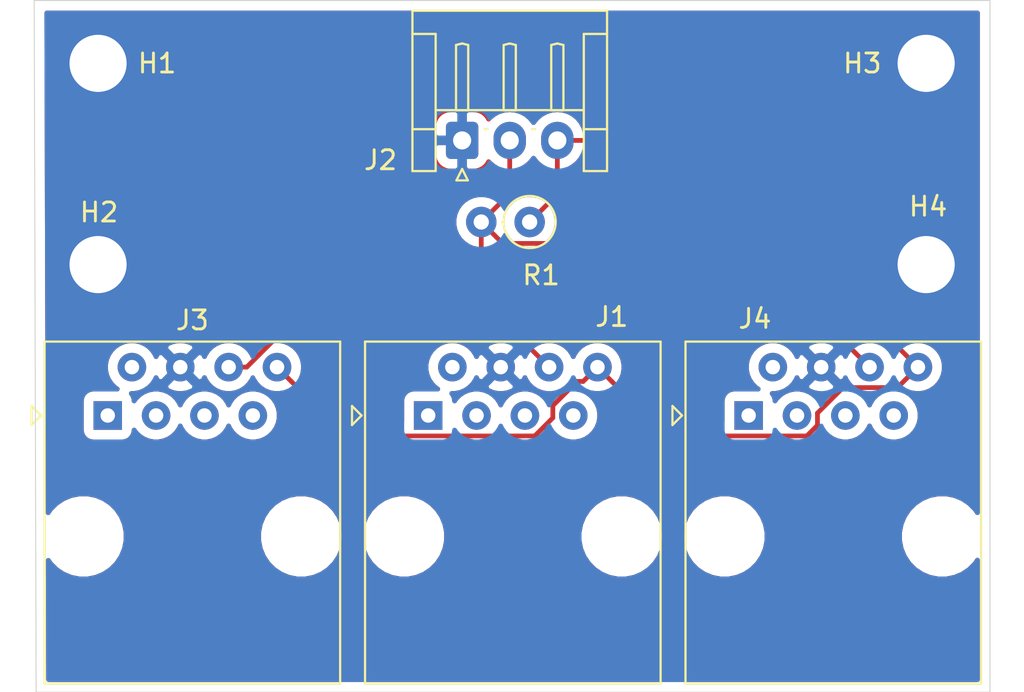
<source format=kicad_pcb>
(kicad_pcb (version 20171130) (host pcbnew "(5.1.5)-3")

  (general
    (thickness 1.6)
    (drawings 4)
    (tracks 31)
    (zones 0)
    (modules 9)
    (nets 19)
  )

  (page USLetter)
  (title_block
    (title "PAM Main Module")
    (date 2020-04-25)
    (rev 1)
  )

  (layers
    (0 F.Cu signal)
    (31 B.Cu signal)
    (32 B.Adhes user)
    (33 F.Adhes user)
    (34 B.Paste user)
    (35 F.Paste user)
    (36 B.SilkS user)
    (37 F.SilkS user)
    (38 B.Mask user)
    (39 F.Mask user)
    (40 Dwgs.User user)
    (41 Cmts.User user)
    (42 Eco1.User user)
    (43 Eco2.User user)
    (44 Edge.Cuts user)
    (45 Margin user)
    (46 B.CrtYd user)
    (47 F.CrtYd user)
    (48 B.Fab user)
    (49 F.Fab user)
  )

  (setup
    (last_trace_width 0.25)
    (trace_clearance 0.2)
    (zone_clearance 0.508)
    (zone_45_only no)
    (trace_min 0.2)
    (via_size 0.8)
    (via_drill 0.4)
    (via_min_size 0.4)
    (via_min_drill 0.3)
    (uvia_size 0.3)
    (uvia_drill 0.1)
    (uvias_allowed no)
    (uvia_min_size 0.2)
    (uvia_min_drill 0.1)
    (edge_width 0.05)
    (segment_width 0.2)
    (pcb_text_width 0.3)
    (pcb_text_size 1.5 1.5)
    (mod_edge_width 0.12)
    (mod_text_size 1 1)
    (mod_text_width 0.15)
    (pad_size 1.524 1.524)
    (pad_drill 0.762)
    (pad_to_mask_clearance 0.051)
    (solder_mask_min_width 0.25)
    (aux_axis_origin 0 0)
    (visible_elements FFFFFF7F)
    (pcbplotparams
      (layerselection 0x010fc_ffffffff)
      (usegerberextensions false)
      (usegerberattributes false)
      (usegerberadvancedattributes false)
      (creategerberjobfile false)
      (excludeedgelayer true)
      (linewidth 0.100000)
      (plotframeref false)
      (viasonmask false)
      (mode 1)
      (useauxorigin false)
      (hpglpennumber 1)
      (hpglpenspeed 20)
      (hpglpendiameter 15.000000)
      (psnegative false)
      (psa4output false)
      (plotreference true)
      (plotvalue true)
      (plotinvisibletext false)
      (padsonsilk false)
      (subtractmaskfromsilk false)
      (outputformat 1)
      (mirror false)
      (drillshape 1)
      (scaleselection 1)
      (outputdirectory ""))
  )

  (net 0 "")
  (net 1 VCC)
  (net 2 "Net-(J1-Pad7)")
  (net 3 "Net-(J1-Pad5)")
  (net 4 GND)
  (net 5 "Net-(J1-Pad3)")
  (net 6 "Net-(J1-Pad2)")
  (net 7 "Net-(J1-Pad1)")
  (net 8 /DATA)
  (net 9 "Net-(J3-Pad7)")
  (net 10 "Net-(J3-Pad5)")
  (net 11 "Net-(J3-Pad3)")
  (net 12 "Net-(J3-Pad2)")
  (net 13 "Net-(J3-Pad1)")
  (net 14 "Net-(J4-Pad7)")
  (net 15 "Net-(J4-Pad5)")
  (net 16 "Net-(J4-Pad3)")
  (net 17 "Net-(J4-Pad2)")
  (net 18 "Net-(J4-Pad1)")

  (net_class Default "This is the default net class."
    (clearance 0.2)
    (trace_width 0.25)
    (via_dia 0.8)
    (via_drill 0.4)
    (uvia_dia 0.3)
    (uvia_drill 0.1)
    (add_net /DATA)
    (add_net GND)
    (add_net "Net-(J1-Pad1)")
    (add_net "Net-(J1-Pad2)")
    (add_net "Net-(J1-Pad3)")
    (add_net "Net-(J1-Pad5)")
    (add_net "Net-(J1-Pad7)")
    (add_net "Net-(J3-Pad1)")
    (add_net "Net-(J3-Pad2)")
    (add_net "Net-(J3-Pad3)")
    (add_net "Net-(J3-Pad5)")
    (add_net "Net-(J3-Pad7)")
    (add_net "Net-(J4-Pad1)")
    (add_net "Net-(J4-Pad2)")
    (add_net "Net-(J4-Pad3)")
    (add_net "Net-(J4-Pad5)")
    (add_net "Net-(J4-Pad7)")
    (add_net VCC)
  )

  (module MountingHole:MountingHole_3mm (layer F.Cu) (tedit 56D1B4CB) (tstamp 5EA54EF7)
    (at 181.4068 65.7352)
    (descr "Mounting Hole 3mm, no annular")
    (tags "mounting hole 3mm no annular")
    (path /5EA61DBB)
    (attr virtual)
    (fp_text reference H4 (at 0.1016 -3.048) (layer F.SilkS)
      (effects (font (size 1 1) (thickness 0.15)))
    )
    (fp_text value MountingHole (at 0 4) (layer F.Fab)
      (effects (font (size 1 1) (thickness 0.15)))
    )
    (fp_circle (center 0 0) (end 3.25 0) (layer F.CrtYd) (width 0.05))
    (fp_circle (center 0 0) (end 3 0) (layer Cmts.User) (width 0.15))
    (fp_text user %R (at 0.3 0) (layer F.Fab)
      (effects (font (size 1 1) (thickness 0.15)))
    )
    (pad 1 np_thru_hole circle (at 0 0) (size 3 3) (drill 3) (layers *.Cu *.Mask))
  )

  (module MountingHole:MountingHole_3mm (layer F.Cu) (tedit 56D1B4CB) (tstamp 5EA55104)
    (at 181.4068 55.1688)
    (descr "Mounting Hole 3mm, no annular")
    (tags "mounting hole 3mm no annular")
    (path /5EA61B3C)
    (attr virtual)
    (fp_text reference H3 (at -3.3528 0) (layer F.SilkS)
      (effects (font (size 1 1) (thickness 0.15)))
    )
    (fp_text value MountingHole (at 0 4) (layer F.Fab)
      (effects (font (size 1 1) (thickness 0.15)))
    )
    (fp_circle (center 0 0) (end 3.25 0) (layer F.CrtYd) (width 0.05))
    (fp_circle (center 0 0) (end 3 0) (layer Cmts.User) (width 0.15))
    (fp_text user %R (at 0.3 0) (layer F.Fab)
      (effects (font (size 1 1) (thickness 0.15)))
    )
    (pad 1 np_thru_hole circle (at 0 0) (size 3 3) (drill 3) (layers *.Cu *.Mask))
  )

  (module MountingHole:MountingHole_3mm (layer F.Cu) (tedit 56D1B4CB) (tstamp 5EA54EE7)
    (at 137.922 65.7352)
    (descr "Mounting Hole 3mm, no annular")
    (tags "mounting hole 3mm no annular")
    (path /5EA60ED7)
    (attr virtual)
    (fp_text reference H2 (at 0.0508 -2.7432) (layer F.SilkS)
      (effects (font (size 1 1) (thickness 0.15)))
    )
    (fp_text value MountingHole (at 0 4) (layer F.Fab)
      (effects (font (size 1 1) (thickness 0.15)))
    )
    (fp_circle (center 0 0) (end 3.25 0) (layer F.CrtYd) (width 0.05))
    (fp_circle (center 0 0) (end 3 0) (layer Cmts.User) (width 0.15))
    (fp_text user %R (at 0.3 0) (layer F.Fab)
      (effects (font (size 1 1) (thickness 0.15)))
    )
    (pad 1 np_thru_hole circle (at 0 0) (size 3 3) (drill 3) (layers *.Cu *.Mask))
  )

  (module MountingHole:MountingHole_3mm (layer F.Cu) (tedit 56D1B4CB) (tstamp 5EA54EDF)
    (at 137.922 55.1688)
    (descr "Mounting Hole 3mm, no annular")
    (tags "mounting hole 3mm no annular")
    (path /5EA616F1)
    (attr virtual)
    (fp_text reference H1 (at 3.0988 0) (layer F.SilkS)
      (effects (font (size 1 1) (thickness 0.15)))
    )
    (fp_text value MountingHole (at 0 4) (layer F.Fab)
      (effects (font (size 1 1) (thickness 0.15)))
    )
    (fp_circle (center 0 0) (end 3.25 0) (layer F.CrtYd) (width 0.05))
    (fp_circle (center 0 0) (end 3 0) (layer Cmts.User) (width 0.15))
    (fp_text user %R (at 0.3 0) (layer F.Fab)
      (effects (font (size 1 1) (thickness 0.15)))
    )
    (pad 1 np_thru_hole circle (at 0 0) (size 3 3) (drill 3) (layers *.Cu *.Mask))
  )

  (module Connector_JST:JST_EH_S3B-EH_1x03_P2.50mm_Horizontal (layer F.Cu) (tedit 5C281425) (tstamp 5EA52321)
    (at 157.04 59.215)
    (descr "JST EH series connector, S3B-EH (http://www.jst-mfg.com/product/pdf/eng/eEH.pdf), generated with kicad-footprint-generator")
    (tags "connector JST EH horizontal")
    (path /5EA1A2A7)
    (fp_text reference J2 (at -4.2844 1.0338) (layer F.SilkS)
      (effects (font (size 1 1) (thickness 0.15)))
    )
    (fp_text value 1WCONN (at 2.5 2.7) (layer F.Fab)
      (effects (font (size 1 1) (thickness 0.15)))
    )
    (fp_text user %R (at 2.5 -2.6) (layer F.Fab)
      (effects (font (size 1 1) (thickness 0.15)))
    )
    (fp_line (start 0 -1.407107) (end 0.5 -0.7) (layer F.Fab) (width 0.1))
    (fp_line (start -0.5 -0.7) (end 0 -1.407107) (layer F.Fab) (width 0.1))
    (fp_line (start 0.3 2.1) (end 0 1.5) (layer F.SilkS) (width 0.12))
    (fp_line (start -0.3 2.1) (end 0.3 2.1) (layer F.SilkS) (width 0.12))
    (fp_line (start 0 1.5) (end -0.3 2.1) (layer F.SilkS) (width 0.12))
    (fp_line (start 5.32 -1.59) (end 5 -1.59) (layer F.SilkS) (width 0.12))
    (fp_line (start 5.32 -5.01) (end 5.32 -1.59) (layer F.SilkS) (width 0.12))
    (fp_line (start 5 -5.09) (end 5.32 -5.01) (layer F.SilkS) (width 0.12))
    (fp_line (start 4.68 -5.01) (end 5 -5.09) (layer F.SilkS) (width 0.12))
    (fp_line (start 4.68 -1.59) (end 4.68 -5.01) (layer F.SilkS) (width 0.12))
    (fp_line (start 5 -1.59) (end 4.68 -1.59) (layer F.SilkS) (width 0.12))
    (fp_line (start 3.67 -0.59) (end 3.83 -0.59) (layer F.SilkS) (width 0.12))
    (fp_line (start 2.82 -1.59) (end 2.5 -1.59) (layer F.SilkS) (width 0.12))
    (fp_line (start 2.82 -5.01) (end 2.82 -1.59) (layer F.SilkS) (width 0.12))
    (fp_line (start 2.5 -5.09) (end 2.82 -5.01) (layer F.SilkS) (width 0.12))
    (fp_line (start 2.18 -5.01) (end 2.5 -5.09) (layer F.SilkS) (width 0.12))
    (fp_line (start 2.18 -1.59) (end 2.18 -5.01) (layer F.SilkS) (width 0.12))
    (fp_line (start 2.5 -1.59) (end 2.18 -1.59) (layer F.SilkS) (width 0.12))
    (fp_line (start 1.17 -0.59) (end 1.33 -0.59) (layer F.SilkS) (width 0.12))
    (fp_line (start 0.32 -1.59) (end 0 -1.59) (layer F.SilkS) (width 0.12))
    (fp_line (start 0.32 -5.01) (end 0.32 -1.59) (layer F.SilkS) (width 0.12))
    (fp_line (start 0 -5.09) (end 0.32 -5.01) (layer F.SilkS) (width 0.12))
    (fp_line (start -0.32 -5.01) (end 0 -5.09) (layer F.SilkS) (width 0.12))
    (fp_line (start -0.32 -1.59) (end -0.32 -5.01) (layer F.SilkS) (width 0.12))
    (fp_line (start 0 -1.59) (end -0.32 -1.59) (layer F.SilkS) (width 0.12))
    (fp_line (start -1.39 -1.59) (end 6.39 -1.59) (layer F.SilkS) (width 0.12))
    (fp_line (start 6.39 -0.59) (end 7.61 -0.59) (layer F.SilkS) (width 0.12))
    (fp_line (start 6.39 -5.59) (end 6.39 -0.59) (layer F.SilkS) (width 0.12))
    (fp_line (start 7.61 -5.59) (end 6.39 -5.59) (layer F.SilkS) (width 0.12))
    (fp_line (start -1.39 -0.59) (end -2.61 -0.59) (layer F.SilkS) (width 0.12))
    (fp_line (start -1.39 -5.59) (end -1.39 -0.59) (layer F.SilkS) (width 0.12))
    (fp_line (start -2.61 -5.59) (end -1.39 -5.59) (layer F.SilkS) (width 0.12))
    (fp_line (start 6.39 1.61) (end 6.39 -0.59) (layer F.SilkS) (width 0.12))
    (fp_line (start 7.61 1.61) (end 6.39 1.61) (layer F.SilkS) (width 0.12))
    (fp_line (start 7.61 -6.81) (end 7.61 1.61) (layer F.SilkS) (width 0.12))
    (fp_line (start -2.61 -6.81) (end 7.61 -6.81) (layer F.SilkS) (width 0.12))
    (fp_line (start -2.61 1.61) (end -2.61 -6.81) (layer F.SilkS) (width 0.12))
    (fp_line (start -1.39 1.61) (end -2.61 1.61) (layer F.SilkS) (width 0.12))
    (fp_line (start -1.39 -0.59) (end -1.39 1.61) (layer F.SilkS) (width 0.12))
    (fp_line (start 8 -7.2) (end -3 -7.2) (layer F.CrtYd) (width 0.05))
    (fp_line (start 8 2) (end 8 -7.2) (layer F.CrtYd) (width 0.05))
    (fp_line (start -3 2) (end 8 2) (layer F.CrtYd) (width 0.05))
    (fp_line (start -3 -7.2) (end -3 2) (layer F.CrtYd) (width 0.05))
    (fp_line (start 6.5 -0.7) (end -1.5 -0.7) (layer F.Fab) (width 0.1))
    (fp_line (start 6.5 1.5) (end 6.5 -0.7) (layer F.Fab) (width 0.1))
    (fp_line (start 7.5 1.5) (end 6.5 1.5) (layer F.Fab) (width 0.1))
    (fp_line (start 7.5 -6.7) (end 7.5 1.5) (layer F.Fab) (width 0.1))
    (fp_line (start -2.5 -6.7) (end 7.5 -6.7) (layer F.Fab) (width 0.1))
    (fp_line (start -2.5 1.5) (end -2.5 -6.7) (layer F.Fab) (width 0.1))
    (fp_line (start -1.5 1.5) (end -2.5 1.5) (layer F.Fab) (width 0.1))
    (fp_line (start -1.5 -0.7) (end -1.5 1.5) (layer F.Fab) (width 0.1))
    (pad 3 thru_hole oval (at 5 0) (size 1.7 1.95) (drill 0.95) (layers *.Cu *.Mask)
      (net 1 VCC))
    (pad 2 thru_hole oval (at 2.5 0) (size 1.7 1.95) (drill 0.95) (layers *.Cu *.Mask)
      (net 8 /DATA))
    (pad 1 thru_hole roundrect (at 0 0) (size 1.7 1.95) (drill 0.95) (layers *.Cu *.Mask) (roundrect_rratio 0.147059)
      (net 4 GND))
    (model ${KISYS3DMOD}/Connector_JST.3dshapes/JST_EH_S3B-EH_1x03_P2.50mm_Horizontal.wrl
      (at (xyz 0 0 0))
      (scale (xyz 1 1 1))
      (rotate (xyz 0 0 0))
    )
  )

  (module Connector_RJ:RJ45_Amphenol_54602-x08_Horizontal locked (layer F.Cu) (tedit 5B103613) (tstamp 5EA5379F)
    (at 172.085 73.66)
    (descr "8 Pol Shallow Latch Connector, Modjack, RJ45 (https://cdn.amphenol-icc.com/media/wysiwyg/files/drawing/c-bmj-0102.pdf)")
    (tags RJ45)
    (path /5EA4FFA4)
    (fp_text reference J4 (at 0.3302 -5.08) (layer F.SilkS)
      (effects (font (size 1 1) (thickness 0.15)))
    )
    (fp_text value RJ45 (at 4.445 4) (layer F.Fab)
      (effects (font (size 1 1) (thickness 0.15)))
    )
    (fp_line (start 12.6 14.47) (end -3.71 14.47) (layer F.CrtYd) (width 0.05))
    (fp_line (start 12.6 14.47) (end 12.6 -4.27) (layer F.CrtYd) (width 0.05))
    (fp_line (start -3.71 -4.27) (end -3.71 14.47) (layer F.CrtYd) (width 0.05))
    (fp_line (start -3.71 -4.27) (end 12.6 -4.27) (layer F.CrtYd) (width 0.05))
    (fp_line (start -3.315 -3.88) (end -3.315 14.08) (layer F.SilkS) (width 0.12))
    (fp_line (start 12.205 -3.88) (end -3.315 -3.88) (layer F.SilkS) (width 0.12))
    (fp_line (start 12.205 -3.88) (end 12.205 14.08) (layer F.SilkS) (width 0.12))
    (fp_line (start -3.315 14.08) (end 12.205 14.08) (layer F.SilkS) (width 0.12))
    (fp_line (start -3.205 -2.77) (end -2.205 -3.77) (layer F.Fab) (width 0.12))
    (fp_line (start -2.205 -3.77) (end 12.095 -3.77) (layer F.Fab) (width 0.12))
    (fp_line (start 12.095 -3.77) (end 12.095 13.97) (layer F.Fab) (width 0.12))
    (fp_line (start 12.095 13.97) (end -3.205 13.97) (layer F.Fab) (width 0.12))
    (fp_line (start -3.205 13.97) (end -3.205 -2.77) (layer F.Fab) (width 0.12))
    (fp_line (start -3.5 0) (end -4 -0.5) (layer F.SilkS) (width 0.12))
    (fp_line (start -4 -0.5) (end -4 0.5) (layer F.SilkS) (width 0.12))
    (fp_line (start -4 0.5) (end -3.5 0) (layer F.SilkS) (width 0.12))
    (fp_text user %R (at 4.445 2) (layer F.Fab)
      (effects (font (size 1 1) (thickness 0.15)))
    )
    (pad 8 thru_hole circle (at 8.89 -2.54) (size 1.5 1.5) (drill 0.76) (layers *.Cu *.Mask)
      (net 1 VCC))
    (pad 7 thru_hole circle (at 7.62 0) (size 1.5 1.5) (drill 0.76) (layers *.Cu *.Mask)
      (net 14 "Net-(J4-Pad7)"))
    (pad 6 thru_hole circle (at 6.35 -2.54) (size 1.5 1.5) (drill 0.76) (layers *.Cu *.Mask)
      (net 8 /DATA))
    (pad 5 thru_hole circle (at 5.08 0) (size 1.5 1.5) (drill 0.76) (layers *.Cu *.Mask)
      (net 15 "Net-(J4-Pad5)"))
    (pad 4 thru_hole circle (at 3.81 -2.54) (size 1.5 1.5) (drill 0.76) (layers *.Cu *.Mask)
      (net 4 GND))
    (pad 3 thru_hole circle (at 2.54 0) (size 1.5 1.5) (drill 0.76) (layers *.Cu *.Mask)
      (net 16 "Net-(J4-Pad3)"))
    (pad 2 thru_hole circle (at 1.27 -2.54) (size 1.5 1.5) (drill 0.76) (layers *.Cu *.Mask)
      (net 17 "Net-(J4-Pad2)"))
    (pad 1 thru_hole rect (at 0 0) (size 1.5 1.5) (drill 0.76) (layers *.Cu *.Mask)
      (net 18 "Net-(J4-Pad1)"))
    (pad "" np_thru_hole circle (at -1.27 6.35) (size 3.2 3.2) (drill 3.2) (layers *.Cu *.Mask))
    (pad "" np_thru_hole circle (at 10.16 6.35) (size 3.2 3.2) (drill 3.2) (layers *.Cu *.Mask))
    (model ${KISYS3DMOD}/Connector_RJ.3dshapes/RJ45_Amphenol_54602-x08_Horizontal.wrl
      (at (xyz 0 0 0))
      (scale (xyz 1 1 1))
      (rotate (xyz 0 0 0))
    )
  )

  (module Connector_RJ:RJ45_Amphenol_54602-x08_Horizontal (layer F.Cu) (tedit 5B103613) (tstamp 5EA53193)
    (at 138.43 73.66)
    (descr "8 Pol Shallow Latch Connector, Modjack, RJ45 (https://cdn.amphenol-icc.com/media/wysiwyg/files/drawing/c-bmj-0102.pdf)")
    (tags RJ45)
    (path /5EA4F68A)
    (fp_text reference J3 (at 4.445 -5) (layer F.SilkS)
      (effects (font (size 1 1) (thickness 0.15)))
    )
    (fp_text value RJ45 (at 4.445 4) (layer F.Fab)
      (effects (font (size 1 1) (thickness 0.15)))
    )
    (fp_line (start 12.6 14.47) (end -3.71 14.47) (layer F.CrtYd) (width 0.05))
    (fp_line (start 12.6 14.47) (end 12.6 -4.27) (layer F.CrtYd) (width 0.05))
    (fp_line (start -3.71 -4.27) (end -3.71 14.47) (layer F.CrtYd) (width 0.05))
    (fp_line (start -3.71 -4.27) (end 12.6 -4.27) (layer F.CrtYd) (width 0.05))
    (fp_line (start -3.315 -3.88) (end -3.315 14.08) (layer F.SilkS) (width 0.12))
    (fp_line (start 12.205 -3.88) (end -3.315 -3.88) (layer F.SilkS) (width 0.12))
    (fp_line (start 12.205 -3.88) (end 12.205 14.08) (layer F.SilkS) (width 0.12))
    (fp_line (start -3.315 14.08) (end 12.205 14.08) (layer F.SilkS) (width 0.12))
    (fp_line (start -3.205 -2.77) (end -2.205 -3.77) (layer F.Fab) (width 0.12))
    (fp_line (start -2.205 -3.77) (end 12.095 -3.77) (layer F.Fab) (width 0.12))
    (fp_line (start 12.095 -3.77) (end 12.095 13.97) (layer F.Fab) (width 0.12))
    (fp_line (start 12.095 13.97) (end -3.205 13.97) (layer F.Fab) (width 0.12))
    (fp_line (start -3.205 13.97) (end -3.205 -2.77) (layer F.Fab) (width 0.12))
    (fp_line (start -3.5 0) (end -4 -0.5) (layer F.SilkS) (width 0.12))
    (fp_line (start -4 -0.5) (end -4 0.5) (layer F.SilkS) (width 0.12))
    (fp_line (start -4 0.5) (end -3.5 0) (layer F.SilkS) (width 0.12))
    (fp_text user %R (at 4.445 2) (layer F.Fab)
      (effects (font (size 1 1) (thickness 0.15)))
    )
    (pad 8 thru_hole circle (at 8.89 -2.54) (size 1.5 1.5) (drill 0.76) (layers *.Cu *.Mask)
      (net 1 VCC))
    (pad 7 thru_hole circle (at 7.62 0) (size 1.5 1.5) (drill 0.76) (layers *.Cu *.Mask)
      (net 9 "Net-(J3-Pad7)"))
    (pad 6 thru_hole circle (at 6.35 -2.54) (size 1.5 1.5) (drill 0.76) (layers *.Cu *.Mask)
      (net 8 /DATA))
    (pad 5 thru_hole circle (at 5.08 0) (size 1.5 1.5) (drill 0.76) (layers *.Cu *.Mask)
      (net 10 "Net-(J3-Pad5)"))
    (pad 4 thru_hole circle (at 3.81 -2.54) (size 1.5 1.5) (drill 0.76) (layers *.Cu *.Mask)
      (net 4 GND))
    (pad 3 thru_hole circle (at 2.54 0) (size 1.5 1.5) (drill 0.76) (layers *.Cu *.Mask)
      (net 11 "Net-(J3-Pad3)"))
    (pad 2 thru_hole circle (at 1.27 -2.54) (size 1.5 1.5) (drill 0.76) (layers *.Cu *.Mask)
      (net 12 "Net-(J3-Pad2)"))
    (pad 1 thru_hole rect (at 0 0) (size 1.5 1.5) (drill 0.76) (layers *.Cu *.Mask)
      (net 13 "Net-(J3-Pad1)"))
    (pad "" np_thru_hole circle (at -1.27 6.35) (size 3.2 3.2) (drill 3.2) (layers *.Cu *.Mask))
    (pad "" np_thru_hole circle (at 10.16 6.35) (size 3.2 3.2) (drill 3.2) (layers *.Cu *.Mask))
    (model ${KISYS3DMOD}/Connector_RJ.3dshapes/RJ45_Amphenol_54602-x08_Horizontal.wrl
      (at (xyz 0 0 0))
      (scale (xyz 1 1 1))
      (rotate (xyz 0 0 0))
    )
  )

  (module Resistor_THT:R_Axial_DIN0207_L6.3mm_D2.5mm_P2.54mm_Vertical (layer F.Cu) (tedit 5AE5139B) (tstamp 5EA5356B)
    (at 160.585 63.5 180)
    (descr "Resistor, Axial_DIN0207 series, Axial, Vertical, pin pitch=2.54mm, 0.25W = 1/4W, length*diameter=6.3*2.5mm^2, http://cdn-reichelt.de/documents/datenblatt/B400/1_4W%23YAG.pdf")
    (tags "Resistor Axial_DIN0207 series Axial Vertical pin pitch 2.54mm 0.25W = 1/4W length 6.3mm diameter 2.5mm")
    (path /5EA00AB7)
    (fp_text reference R1 (at -0.6034 -2.794) (layer F.SilkS)
      (effects (font (size 1 1) (thickness 0.15)))
    )
    (fp_text value 4.7k (at 1.27 2.37) (layer F.Fab)
      (effects (font (size 1 1) (thickness 0.15)))
    )
    (fp_text user %R (at -3.245 0.1016) (layer F.Fab)
      (effects (font (size 1 1) (thickness 0.15)))
    )
    (fp_line (start 3.59 -1.5) (end -1.5 -1.5) (layer F.CrtYd) (width 0.05))
    (fp_line (start 3.59 1.5) (end 3.59 -1.5) (layer F.CrtYd) (width 0.05))
    (fp_line (start -1.5 1.5) (end 3.59 1.5) (layer F.CrtYd) (width 0.05))
    (fp_line (start -1.5 -1.5) (end -1.5 1.5) (layer F.CrtYd) (width 0.05))
    (fp_line (start 1.37 0) (end 1.44 0) (layer F.SilkS) (width 0.12))
    (fp_line (start 0 0) (end 2.54 0) (layer F.Fab) (width 0.1))
    (fp_circle (center 0 0) (end 1.37 0) (layer F.SilkS) (width 0.12))
    (fp_circle (center 0 0) (end 1.25 0) (layer F.Fab) (width 0.1))
    (pad 2 thru_hole oval (at 2.54 0 180) (size 1.6 1.6) (drill 0.8) (layers *.Cu *.Mask)
      (net 8 /DATA))
    (pad 1 thru_hole circle (at 0 0 180) (size 1.6 1.6) (drill 0.8) (layers *.Cu *.Mask)
      (net 1 VCC))
    (model ${KISYS3DMOD}/Resistor_THT.3dshapes/R_Axial_DIN0207_L6.3mm_D2.5mm_P2.54mm_Vertical.wrl
      (at (xyz 0 0 0))
      (scale (xyz 1 1 1))
      (rotate (xyz 0 0 0))
    )
  )

  (module Connector_RJ:RJ45_Amphenol_54602-x08_Horizontal locked (layer F.Cu) (tedit 5B103613) (tstamp 5EA522E6)
    (at 155.2575 73.66)
    (descr "8 Pol Shallow Latch Connector, Modjack, RJ45 (https://cdn.amphenol-icc.com/media/wysiwyg/files/drawing/c-bmj-0102.pdf)")
    (tags RJ45)
    (path /5E9FE6FF)
    (fp_text reference J1 (at 9.6393 -5.1816) (layer F.SilkS)
      (effects (font (size 1 1) (thickness 0.15)))
    )
    (fp_text value RJ45 (at 4.445 4) (layer F.Fab)
      (effects (font (size 1 1) (thickness 0.15)))
    )
    (fp_line (start 12.6 14.47) (end -3.71 14.47) (layer F.CrtYd) (width 0.05))
    (fp_line (start 12.6 14.47) (end 12.6 -4.27) (layer F.CrtYd) (width 0.05))
    (fp_line (start -3.71 -4.27) (end -3.71 14.47) (layer F.CrtYd) (width 0.05))
    (fp_line (start -3.71 -4.27) (end 12.6 -4.27) (layer F.CrtYd) (width 0.05))
    (fp_line (start -3.315 -3.88) (end -3.315 14.08) (layer F.SilkS) (width 0.12))
    (fp_line (start 12.205 -3.88) (end -3.315 -3.88) (layer F.SilkS) (width 0.12))
    (fp_line (start 12.205 -3.88) (end 12.205 14.08) (layer F.SilkS) (width 0.12))
    (fp_line (start -3.315 14.08) (end 12.205 14.08) (layer F.SilkS) (width 0.12))
    (fp_line (start -3.205 -2.77) (end -2.205 -3.77) (layer F.Fab) (width 0.12))
    (fp_line (start -2.205 -3.77) (end 12.095 -3.77) (layer F.Fab) (width 0.12))
    (fp_line (start 12.095 -3.77) (end 12.095 13.97) (layer F.Fab) (width 0.12))
    (fp_line (start 12.095 13.97) (end -3.205 13.97) (layer F.Fab) (width 0.12))
    (fp_line (start -3.205 13.97) (end -3.205 -2.77) (layer F.Fab) (width 0.12))
    (fp_line (start -3.5 0) (end -4 -0.5) (layer F.SilkS) (width 0.12))
    (fp_line (start -4 -0.5) (end -4 0.5) (layer F.SilkS) (width 0.12))
    (fp_line (start -4 0.5) (end -3.5 0) (layer F.SilkS) (width 0.12))
    (fp_text user %R (at 4.445 2) (layer F.Fab)
      (effects (font (size 1 1) (thickness 0.15)))
    )
    (pad 8 thru_hole circle (at 8.89 -2.54) (size 1.5 1.5) (drill 0.76) (layers *.Cu *.Mask)
      (net 1 VCC))
    (pad 7 thru_hole circle (at 7.62 0) (size 1.5 1.5) (drill 0.76) (layers *.Cu *.Mask)
      (net 2 "Net-(J1-Pad7)"))
    (pad 6 thru_hole circle (at 6.35 -2.54) (size 1.5 1.5) (drill 0.76) (layers *.Cu *.Mask)
      (net 8 /DATA))
    (pad 5 thru_hole circle (at 5.08 0) (size 1.5 1.5) (drill 0.76) (layers *.Cu *.Mask)
      (net 3 "Net-(J1-Pad5)"))
    (pad 4 thru_hole circle (at 3.81 -2.54) (size 1.5 1.5) (drill 0.76) (layers *.Cu *.Mask)
      (net 4 GND))
    (pad 3 thru_hole circle (at 2.54 0) (size 1.5 1.5) (drill 0.76) (layers *.Cu *.Mask)
      (net 5 "Net-(J1-Pad3)"))
    (pad 2 thru_hole circle (at 1.27 -2.54) (size 1.5 1.5) (drill 0.76) (layers *.Cu *.Mask)
      (net 6 "Net-(J1-Pad2)"))
    (pad 1 thru_hole rect (at 0 0) (size 1.5 1.5) (drill 0.76) (layers *.Cu *.Mask)
      (net 7 "Net-(J1-Pad1)"))
    (pad "" np_thru_hole circle (at -1.27 6.35) (size 3.2 3.2) (drill 3.2) (layers *.Cu *.Mask))
    (pad "" np_thru_hole circle (at 10.16 6.35) (size 3.2 3.2) (drill 3.2) (layers *.Cu *.Mask))
    (model ${KISYS3DMOD}/Connector_RJ.3dshapes/RJ45_Amphenol_54602-x08_Horizontal.wrl
      (at (xyz 0 0 0))
      (scale (xyz 1 1 1))
      (rotate (xyz 0 0 0))
    )
  )

  (gr_line (start 134.6708 88.1888) (end 184.7596 88.1888) (layer Edge.Cuts) (width 0.05) (tstamp 5EA5435C))
  (gr_line (start 134.5692 51.8668) (end 134.6708 88.1888) (layer Edge.Cuts) (width 0.05))
  (gr_line (start 184.7596 51.8668) (end 134.5692 51.8668) (layer Edge.Cuts) (width 0.05))
  (gr_line (start 184.7596 88.1888) (end 184.7596 51.8668) (layer Edge.Cuts) (width 0.05))

  (segment (start 169.07 59.215) (end 180.975 71.12) (width 0.25) (layer F.Cu) (net 1))
  (segment (start 162.04 59.215) (end 169.07 59.215) (width 0.25) (layer F.Cu) (net 1))
  (segment (start 164.897499 71.869999) (end 164.1475 71.12) (width 0.25) (layer F.Cu) (net 1))
  (segment (start 175.141001 74.735001) (end 167.762501 74.735001) (width 0.25) (layer F.Cu) (net 1))
  (segment (start 167.762501 74.735001) (end 164.897499 71.869999) (width 0.25) (layer F.Cu) (net 1))
  (segment (start 175.700001 74.176001) (end 175.141001 74.735001) (width 0.25) (layer F.Cu) (net 1))
  (segment (start 175.700001 73.533997) (end 175.700001 74.176001) (width 0.25) (layer F.Cu) (net 1))
  (segment (start 177.038997 72.195001) (end 175.700001 73.533997) (width 0.25) (layer F.Cu) (net 1))
  (segment (start 179.899999 72.195001) (end 177.038997 72.195001) (width 0.25) (layer F.Cu) (net 1))
  (segment (start 180.975 71.12) (end 179.899999 72.195001) (width 0.25) (layer F.Cu) (net 1))
  (segment (start 148.069999 71.869999) (end 147.32 71.12) (width 0.25) (layer F.Cu) (net 1))
  (segment (start 160.853501 74.735001) (end 150.935001 74.735001) (width 0.25) (layer F.Cu) (net 1))
  (segment (start 161.802499 73.143999) (end 161.802499 73.786003) (width 0.25) (layer F.Cu) (net 1))
  (segment (start 163.076499 71.869999) (end 161.802499 73.143999) (width 0.25) (layer F.Cu) (net 1))
  (segment (start 163.397501 71.869999) (end 163.076499 71.869999) (width 0.25) (layer F.Cu) (net 1))
  (segment (start 150.935001 74.735001) (end 148.069999 71.869999) (width 0.25) (layer F.Cu) (net 1))
  (segment (start 161.802499 73.786003) (end 160.853501 74.735001) (width 0.25) (layer F.Cu) (net 1))
  (segment (start 164.1475 71.12) (end 163.397501 71.869999) (width 0.25) (layer F.Cu) (net 1))
  (segment (start 162.04 62.045) (end 160.585 63.5) (width 0.25) (layer F.Cu) (net 1))
  (segment (start 162.04 59.215) (end 162.04 62.045) (width 0.25) (layer F.Cu) (net 1))
  (segment (start 159.54 62.005) (end 158.045 63.5) (width 0.25) (layer F.Cu) (net 8))
  (segment (start 159.54 59.215) (end 159.54 62.005) (width 0.25) (layer F.Cu) (net 8))
  (segment (start 158.045 67.5575) (end 161.6075 71.12) (width 0.25) (layer F.Cu) (net 8))
  (segment (start 158.045 63.5) (end 158.045 67.5575) (width 0.25) (layer F.Cu) (net 8))
  (segment (start 177.685001 70.370001) (end 178.435 71.12) (width 0.25) (layer F.Cu) (net 8))
  (segment (start 171.940001 64.625001) (end 177.685001 70.370001) (width 0.25) (layer F.Cu) (net 8))
  (segment (start 159.170001 64.625001) (end 171.940001 64.625001) (width 0.25) (layer F.Cu) (net 8))
  (segment (start 158.045 63.5) (end 159.170001 64.625001) (width 0.25) (layer F.Cu) (net 8))
  (segment (start 149.291498 67.5575) (end 158.045 67.5575) (width 0.25) (layer F.Cu) (net 8))
  (segment (start 145.728998 71.12) (end 149.291498 67.5575) (width 0.25) (layer F.Cu) (net 8))
  (segment (start 144.78 71.12) (end 145.728998 71.12) (width 0.25) (layer F.Cu) (net 8))

  (zone (net 4) (net_name GND) (layer B.Cu) (tstamp 0) (hatch edge 0.508)
    (connect_pads (clearance 0.508))
    (min_thickness 0.254)
    (fill yes (arc_segments 32) (thermal_gap 0.508) (thermal_bridge_width 0.508))
    (polygon
      (pts
        (xy 184.7596 88.1888) (xy 134.6708 88.1888) (xy 134.5692 51.8668) (xy 184.7596 51.8668)
      )
    )
    (filled_polygon
      (pts
        (xy 184.0996 78.762712) (xy 183.981038 78.585271) (xy 183.669729 78.273962) (xy 183.303669 78.029369) (xy 182.896925 77.86089)
        (xy 182.465128 77.775) (xy 182.024872 77.775) (xy 181.593075 77.86089) (xy 181.186331 78.029369) (xy 180.820271 78.273962)
        (xy 180.508962 78.585271) (xy 180.264369 78.951331) (xy 180.09589 79.358075) (xy 180.01 79.789872) (xy 180.01 80.230128)
        (xy 180.09589 80.661925) (xy 180.264369 81.068669) (xy 180.508962 81.434729) (xy 180.820271 81.746038) (xy 181.186331 81.990631)
        (xy 181.593075 82.15911) (xy 182.024872 82.245) (xy 182.465128 82.245) (xy 182.896925 82.15911) (xy 183.303669 81.990631)
        (xy 183.669729 81.746038) (xy 183.981038 81.434729) (xy 184.0996 81.257288) (xy 184.0996 87.5288) (xy 135.328956 87.5288)
        (xy 135.311439 81.266326) (xy 135.423962 81.434729) (xy 135.735271 81.746038) (xy 136.101331 81.990631) (xy 136.508075 82.15911)
        (xy 136.939872 82.245) (xy 137.380128 82.245) (xy 137.811925 82.15911) (xy 138.218669 81.990631) (xy 138.584729 81.746038)
        (xy 138.896038 81.434729) (xy 139.140631 81.068669) (xy 139.30911 80.661925) (xy 139.395 80.230128) (xy 139.395 79.789872)
        (xy 146.355 79.789872) (xy 146.355 80.230128) (xy 146.44089 80.661925) (xy 146.609369 81.068669) (xy 146.853962 81.434729)
        (xy 147.165271 81.746038) (xy 147.531331 81.990631) (xy 147.938075 82.15911) (xy 148.369872 82.245) (xy 148.810128 82.245)
        (xy 149.241925 82.15911) (xy 149.648669 81.990631) (xy 150.014729 81.746038) (xy 150.326038 81.434729) (xy 150.570631 81.068669)
        (xy 150.73911 80.661925) (xy 150.825 80.230128) (xy 150.825 79.789872) (xy 151.7525 79.789872) (xy 151.7525 80.230128)
        (xy 151.83839 80.661925) (xy 152.006869 81.068669) (xy 152.251462 81.434729) (xy 152.562771 81.746038) (xy 152.928831 81.990631)
        (xy 153.335575 82.15911) (xy 153.767372 82.245) (xy 154.207628 82.245) (xy 154.639425 82.15911) (xy 155.046169 81.990631)
        (xy 155.412229 81.746038) (xy 155.723538 81.434729) (xy 155.968131 81.068669) (xy 156.13661 80.661925) (xy 156.2225 80.230128)
        (xy 156.2225 79.789872) (xy 163.1825 79.789872) (xy 163.1825 80.230128) (xy 163.26839 80.661925) (xy 163.436869 81.068669)
        (xy 163.681462 81.434729) (xy 163.992771 81.746038) (xy 164.358831 81.990631) (xy 164.765575 82.15911) (xy 165.197372 82.245)
        (xy 165.637628 82.245) (xy 166.069425 82.15911) (xy 166.476169 81.990631) (xy 166.842229 81.746038) (xy 167.153538 81.434729)
        (xy 167.398131 81.068669) (xy 167.56661 80.661925) (xy 167.6525 80.230128) (xy 167.6525 79.789872) (xy 168.58 79.789872)
        (xy 168.58 80.230128) (xy 168.66589 80.661925) (xy 168.834369 81.068669) (xy 169.078962 81.434729) (xy 169.390271 81.746038)
        (xy 169.756331 81.990631) (xy 170.163075 82.15911) (xy 170.594872 82.245) (xy 171.035128 82.245) (xy 171.466925 82.15911)
        (xy 171.873669 81.990631) (xy 172.239729 81.746038) (xy 172.551038 81.434729) (xy 172.795631 81.068669) (xy 172.96411 80.661925)
        (xy 173.05 80.230128) (xy 173.05 79.789872) (xy 172.96411 79.358075) (xy 172.795631 78.951331) (xy 172.551038 78.585271)
        (xy 172.239729 78.273962) (xy 171.873669 78.029369) (xy 171.466925 77.86089) (xy 171.035128 77.775) (xy 170.594872 77.775)
        (xy 170.163075 77.86089) (xy 169.756331 78.029369) (xy 169.390271 78.273962) (xy 169.078962 78.585271) (xy 168.834369 78.951331)
        (xy 168.66589 79.358075) (xy 168.58 79.789872) (xy 167.6525 79.789872) (xy 167.56661 79.358075) (xy 167.398131 78.951331)
        (xy 167.153538 78.585271) (xy 166.842229 78.273962) (xy 166.476169 78.029369) (xy 166.069425 77.86089) (xy 165.637628 77.775)
        (xy 165.197372 77.775) (xy 164.765575 77.86089) (xy 164.358831 78.029369) (xy 163.992771 78.273962) (xy 163.681462 78.585271)
        (xy 163.436869 78.951331) (xy 163.26839 79.358075) (xy 163.1825 79.789872) (xy 156.2225 79.789872) (xy 156.13661 79.358075)
        (xy 155.968131 78.951331) (xy 155.723538 78.585271) (xy 155.412229 78.273962) (xy 155.046169 78.029369) (xy 154.639425 77.86089)
        (xy 154.207628 77.775) (xy 153.767372 77.775) (xy 153.335575 77.86089) (xy 152.928831 78.029369) (xy 152.562771 78.273962)
        (xy 152.251462 78.585271) (xy 152.006869 78.951331) (xy 151.83839 79.358075) (xy 151.7525 79.789872) (xy 150.825 79.789872)
        (xy 150.73911 79.358075) (xy 150.570631 78.951331) (xy 150.326038 78.585271) (xy 150.014729 78.273962) (xy 149.648669 78.029369)
        (xy 149.241925 77.86089) (xy 148.810128 77.775) (xy 148.369872 77.775) (xy 147.938075 77.86089) (xy 147.531331 78.029369)
        (xy 147.165271 78.273962) (xy 146.853962 78.585271) (xy 146.609369 78.951331) (xy 146.44089 79.358075) (xy 146.355 79.789872)
        (xy 139.395 79.789872) (xy 139.30911 79.358075) (xy 139.140631 78.951331) (xy 138.896038 78.585271) (xy 138.584729 78.273962)
        (xy 138.218669 78.029369) (xy 137.811925 77.86089) (xy 137.380128 77.775) (xy 136.939872 77.775) (xy 136.508075 77.86089)
        (xy 136.101331 78.029369) (xy 135.735271 78.273962) (xy 135.423962 78.585271) (xy 135.30444 78.764149) (xy 135.288065 72.91)
        (xy 137.041928 72.91) (xy 137.041928 74.41) (xy 137.054188 74.534482) (xy 137.090498 74.65418) (xy 137.149463 74.764494)
        (xy 137.228815 74.861185) (xy 137.325506 74.940537) (xy 137.43582 74.999502) (xy 137.555518 75.035812) (xy 137.68 75.048072)
        (xy 139.18 75.048072) (xy 139.304482 75.035812) (xy 139.42418 74.999502) (xy 139.534494 74.940537) (xy 139.631185 74.861185)
        (xy 139.710537 74.764494) (xy 139.769502 74.65418) (xy 139.805812 74.534482) (xy 139.816445 74.426517) (xy 139.894201 74.542886)
        (xy 140.087114 74.735799) (xy 140.313957 74.887371) (xy 140.566011 74.991775) (xy 140.833589 75.045) (xy 141.106411 75.045)
        (xy 141.373989 74.991775) (xy 141.626043 74.887371) (xy 141.852886 74.735799) (xy 142.045799 74.542886) (xy 142.197371 74.316043)
        (xy 142.24 74.213127) (xy 142.282629 74.316043) (xy 142.434201 74.542886) (xy 142.627114 74.735799) (xy 142.853957 74.887371)
        (xy 143.106011 74.991775) (xy 143.373589 75.045) (xy 143.646411 75.045) (xy 143.913989 74.991775) (xy 144.166043 74.887371)
        (xy 144.392886 74.735799) (xy 144.585799 74.542886) (xy 144.737371 74.316043) (xy 144.78 74.213127) (xy 144.822629 74.316043)
        (xy 144.974201 74.542886) (xy 145.167114 74.735799) (xy 145.393957 74.887371) (xy 145.646011 74.991775) (xy 145.913589 75.045)
        (xy 146.186411 75.045) (xy 146.453989 74.991775) (xy 146.706043 74.887371) (xy 146.932886 74.735799) (xy 147.125799 74.542886)
        (xy 147.277371 74.316043) (xy 147.381775 74.063989) (xy 147.435 73.796411) (xy 147.435 73.523589) (xy 147.381775 73.256011)
        (xy 147.277371 73.003957) (xy 147.214591 72.91) (xy 153.869428 72.91) (xy 153.869428 74.41) (xy 153.881688 74.534482)
        (xy 153.917998 74.65418) (xy 153.976963 74.764494) (xy 154.056315 74.861185) (xy 154.153006 74.940537) (xy 154.26332 74.999502)
        (xy 154.383018 75.035812) (xy 154.5075 75.048072) (xy 156.0075 75.048072) (xy 156.131982 75.035812) (xy 156.25168 74.999502)
        (xy 156.361994 74.940537) (xy 156.458685 74.861185) (xy 156.538037 74.764494) (xy 156.597002 74.65418) (xy 156.633312 74.534482)
        (xy 156.643945 74.426517) (xy 156.721701 74.542886) (xy 156.914614 74.735799) (xy 157.141457 74.887371) (xy 157.393511 74.991775)
        (xy 157.661089 75.045) (xy 157.933911 75.045) (xy 158.201489 74.991775) (xy 158.453543 74.887371) (xy 158.680386 74.735799)
        (xy 158.873299 74.542886) (xy 159.024871 74.316043) (xy 159.0675 74.213127) (xy 159.110129 74.316043) (xy 159.261701 74.542886)
        (xy 159.454614 74.735799) (xy 159.681457 74.887371) (xy 159.933511 74.991775) (xy 160.201089 75.045) (xy 160.473911 75.045)
        (xy 160.741489 74.991775) (xy 160.993543 74.887371) (xy 161.220386 74.735799) (xy 161.413299 74.542886) (xy 161.564871 74.316043)
        (xy 161.6075 74.213127) (xy 161.650129 74.316043) (xy 161.801701 74.542886) (xy 161.994614 74.735799) (xy 162.221457 74.887371)
        (xy 162.473511 74.991775) (xy 162.741089 75.045) (xy 163.013911 75.045) (xy 163.281489 74.991775) (xy 163.533543 74.887371)
        (xy 163.760386 74.735799) (xy 163.953299 74.542886) (xy 164.104871 74.316043) (xy 164.209275 74.063989) (xy 164.2625 73.796411)
        (xy 164.2625 73.523589) (xy 164.209275 73.256011) (xy 164.104871 73.003957) (xy 164.042091 72.91) (xy 170.696928 72.91)
        (xy 170.696928 74.41) (xy 170.709188 74.534482) (xy 170.745498 74.65418) (xy 170.804463 74.764494) (xy 170.883815 74.861185)
        (xy 170.980506 74.940537) (xy 171.09082 74.999502) (xy 171.210518 75.035812) (xy 171.335 75.048072) (xy 172.835 75.048072)
        (xy 172.959482 75.035812) (xy 173.07918 74.999502) (xy 173.189494 74.940537) (xy 173.286185 74.861185) (xy 173.365537 74.764494)
        (xy 173.424502 74.65418) (xy 173.460812 74.534482) (xy 173.471445 74.426517) (xy 173.549201 74.542886) (xy 173.742114 74.735799)
        (xy 173.968957 74.887371) (xy 174.221011 74.991775) (xy 174.488589 75.045) (xy 174.761411 75.045) (xy 175.028989 74.991775)
        (xy 175.281043 74.887371) (xy 175.507886 74.735799) (xy 175.700799 74.542886) (xy 175.852371 74.316043) (xy 175.895 74.213127)
        (xy 175.937629 74.316043) (xy 176.089201 74.542886) (xy 176.282114 74.735799) (xy 176.508957 74.887371) (xy 176.761011 74.991775)
        (xy 177.028589 75.045) (xy 177.301411 75.045) (xy 177.568989 74.991775) (xy 177.821043 74.887371) (xy 178.047886 74.735799)
        (xy 178.240799 74.542886) (xy 178.392371 74.316043) (xy 178.435 74.213127) (xy 178.477629 74.316043) (xy 178.629201 74.542886)
        (xy 178.822114 74.735799) (xy 179.048957 74.887371) (xy 179.301011 74.991775) (xy 179.568589 75.045) (xy 179.841411 75.045)
        (xy 180.108989 74.991775) (xy 180.361043 74.887371) (xy 180.587886 74.735799) (xy 180.780799 74.542886) (xy 180.932371 74.316043)
        (xy 181.036775 74.063989) (xy 181.09 73.796411) (xy 181.09 73.523589) (xy 181.036775 73.256011) (xy 180.932371 73.003957)
        (xy 180.780799 72.777114) (xy 180.587886 72.584201) (xy 180.361043 72.432629) (xy 180.108989 72.328225) (xy 179.841411 72.275)
        (xy 179.568589 72.275) (xy 179.301011 72.328225) (xy 179.048957 72.432629) (xy 178.822114 72.584201) (xy 178.629201 72.777114)
        (xy 178.477629 73.003957) (xy 178.435 73.106873) (xy 178.392371 73.003957) (xy 178.240799 72.777114) (xy 178.047886 72.584201)
        (xy 177.821043 72.432629) (xy 177.568989 72.328225) (xy 177.301411 72.275) (xy 177.028589 72.275) (xy 176.761011 72.328225)
        (xy 176.508957 72.432629) (xy 176.282114 72.584201) (xy 176.089201 72.777114) (xy 175.937629 73.003957) (xy 175.895 73.106873)
        (xy 175.852371 73.003957) (xy 175.700799 72.777114) (xy 175.507886 72.584201) (xy 175.281043 72.432629) (xy 175.028989 72.328225)
        (xy 174.761411 72.275) (xy 174.488589 72.275) (xy 174.221011 72.328225) (xy 173.968957 72.432629) (xy 173.742114 72.584201)
        (xy 173.549201 72.777114) (xy 173.471445 72.893483) (xy 173.460812 72.785518) (xy 173.424502 72.66582) (xy 173.365537 72.555506)
        (xy 173.324088 72.505) (xy 173.491411 72.505) (xy 173.758989 72.451775) (xy 174.011043 72.347371) (xy 174.237886 72.195799)
        (xy 174.356692 72.076993) (xy 175.117612 72.076993) (xy 175.183137 72.31586) (xy 175.430116 72.43176) (xy 175.69496 72.49725)
        (xy 175.967492 72.509812) (xy 176.237238 72.468965) (xy 176.493832 72.376277) (xy 176.606863 72.31586) (xy 176.672388 72.076993)
        (xy 175.895 71.299605) (xy 175.117612 72.076993) (xy 174.356692 72.076993) (xy 174.430799 72.002886) (xy 174.582371 71.776043)
        (xy 174.623511 71.676721) (xy 174.638723 71.718832) (xy 174.69914 71.831863) (xy 174.938007 71.897388) (xy 175.715395 71.12)
        (xy 176.074605 71.12) (xy 176.851993 71.897388) (xy 177.09086 71.831863) (xy 177.165164 71.673523) (xy 177.207629 71.776043)
        (xy 177.359201 72.002886) (xy 177.552114 72.195799) (xy 177.778957 72.347371) (xy 178.031011 72.451775) (xy 178.298589 72.505)
        (xy 178.571411 72.505) (xy 178.838989 72.451775) (xy 179.091043 72.347371) (xy 179.317886 72.195799) (xy 179.510799 72.002886)
        (xy 179.662371 71.776043) (xy 179.705 71.673127) (xy 179.747629 71.776043) (xy 179.899201 72.002886) (xy 180.092114 72.195799)
        (xy 180.318957 72.347371) (xy 180.571011 72.451775) (xy 180.838589 72.505) (xy 181.111411 72.505) (xy 181.378989 72.451775)
        (xy 181.631043 72.347371) (xy 181.857886 72.195799) (xy 182.050799 72.002886) (xy 182.202371 71.776043) (xy 182.306775 71.523989)
        (xy 182.36 71.256411) (xy 182.36 70.983589) (xy 182.306775 70.716011) (xy 182.202371 70.463957) (xy 182.050799 70.237114)
        (xy 181.857886 70.044201) (xy 181.631043 69.892629) (xy 181.378989 69.788225) (xy 181.111411 69.735) (xy 180.838589 69.735)
        (xy 180.571011 69.788225) (xy 180.318957 69.892629) (xy 180.092114 70.044201) (xy 179.899201 70.237114) (xy 179.747629 70.463957)
        (xy 179.705 70.566873) (xy 179.662371 70.463957) (xy 179.510799 70.237114) (xy 179.317886 70.044201) (xy 179.091043 69.892629)
        (xy 178.838989 69.788225) (xy 178.571411 69.735) (xy 178.298589 69.735) (xy 178.031011 69.788225) (xy 177.778957 69.892629)
        (xy 177.552114 70.044201) (xy 177.359201 70.237114) (xy 177.207629 70.463957) (xy 177.166489 70.563279) (xy 177.151277 70.521168)
        (xy 177.09086 70.408137) (xy 176.851993 70.342612) (xy 176.074605 71.12) (xy 175.715395 71.12) (xy 174.938007 70.342612)
        (xy 174.69914 70.408137) (xy 174.624836 70.566477) (xy 174.582371 70.463957) (xy 174.430799 70.237114) (xy 174.356692 70.163007)
        (xy 175.117612 70.163007) (xy 175.895 70.940395) (xy 176.672388 70.163007) (xy 176.606863 69.92414) (xy 176.359884 69.80824)
        (xy 176.09504 69.74275) (xy 175.822508 69.730188) (xy 175.552762 69.771035) (xy 175.296168 69.863723) (xy 175.183137 69.92414)
        (xy 175.117612 70.163007) (xy 174.356692 70.163007) (xy 174.237886 70.044201) (xy 174.011043 69.892629) (xy 173.758989 69.788225)
        (xy 173.491411 69.735) (xy 173.218589 69.735) (xy 172.951011 69.788225) (xy 172.698957 69.892629) (xy 172.472114 70.044201)
        (xy 172.279201 70.237114) (xy 172.127629 70.463957) (xy 172.023225 70.716011) (xy 171.97 70.983589) (xy 171.97 71.256411)
        (xy 172.023225 71.523989) (xy 172.127629 71.776043) (xy 172.279201 72.002886) (xy 172.472114 72.195799) (xy 172.586049 72.271928)
        (xy 171.335 72.271928) (xy 171.210518 72.284188) (xy 171.09082 72.320498) (xy 170.980506 72.379463) (xy 170.883815 72.458815)
        (xy 170.804463 72.555506) (xy 170.745498 72.66582) (xy 170.709188 72.785518) (xy 170.696928 72.91) (xy 164.042091 72.91)
        (xy 163.953299 72.777114) (xy 163.760386 72.584201) (xy 163.533543 72.432629) (xy 163.281489 72.328225) (xy 163.013911 72.275)
        (xy 162.741089 72.275) (xy 162.473511 72.328225) (xy 162.221457 72.432629) (xy 161.994614 72.584201) (xy 161.801701 72.777114)
        (xy 161.650129 73.003957) (xy 161.6075 73.106873) (xy 161.564871 73.003957) (xy 161.413299 72.777114) (xy 161.220386 72.584201)
        (xy 160.993543 72.432629) (xy 160.741489 72.328225) (xy 160.473911 72.275) (xy 160.201089 72.275) (xy 159.933511 72.328225)
        (xy 159.681457 72.432629) (xy 159.454614 72.584201) (xy 159.261701 72.777114) (xy 159.110129 73.003957) (xy 159.0675 73.106873)
        (xy 159.024871 73.003957) (xy 158.873299 72.777114) (xy 158.680386 72.584201) (xy 158.453543 72.432629) (xy 158.201489 72.328225)
        (xy 157.933911 72.275) (xy 157.661089 72.275) (xy 157.393511 72.328225) (xy 157.141457 72.432629) (xy 156.914614 72.584201)
        (xy 156.721701 72.777114) (xy 156.643945 72.893483) (xy 156.633312 72.785518) (xy 156.597002 72.66582) (xy 156.538037 72.555506)
        (xy 156.496588 72.505) (xy 156.663911 72.505) (xy 156.931489 72.451775) (xy 157.183543 72.347371) (xy 157.410386 72.195799)
        (xy 157.529192 72.076993) (xy 158.290112 72.076993) (xy 158.355637 72.31586) (xy 158.602616 72.43176) (xy 158.86746 72.49725)
        (xy 159.139992 72.509812) (xy 159.409738 72.468965) (xy 159.666332 72.376277) (xy 159.779363 72.31586) (xy 159.844888 72.076993)
        (xy 159.0675 71.299605) (xy 158.290112 72.076993) (xy 157.529192 72.076993) (xy 157.603299 72.002886) (xy 157.754871 71.776043)
        (xy 157.796011 71.676721) (xy 157.811223 71.718832) (xy 157.87164 71.831863) (xy 158.110507 71.897388) (xy 158.887895 71.12)
        (xy 159.247105 71.12) (xy 160.024493 71.897388) (xy 160.26336 71.831863) (xy 160.337664 71.673523) (xy 160.380129 71.776043)
        (xy 160.531701 72.002886) (xy 160.724614 72.195799) (xy 160.951457 72.347371) (xy 161.203511 72.451775) (xy 161.471089 72.505)
        (xy 161.743911 72.505) (xy 162.011489 72.451775) (xy 162.263543 72.347371) (xy 162.490386 72.195799) (xy 162.683299 72.002886)
        (xy 162.834871 71.776043) (xy 162.8775 71.673127) (xy 162.920129 71.776043) (xy 163.071701 72.002886) (xy 163.264614 72.195799)
        (xy 163.491457 72.347371) (xy 163.743511 72.451775) (xy 164.011089 72.505) (xy 164.283911 72.505) (xy 164.551489 72.451775)
        (xy 164.803543 72.347371) (xy 165.030386 72.195799) (xy 165.223299 72.002886) (xy 165.374871 71.776043) (xy 165.479275 71.523989)
        (xy 165.5325 71.256411) (xy 165.5325 70.983589) (xy 165.479275 70.716011) (xy 165.374871 70.463957) (xy 165.223299 70.237114)
        (xy 165.030386 70.044201) (xy 164.803543 69.892629) (xy 164.551489 69.788225) (xy 164.283911 69.735) (xy 164.011089 69.735)
        (xy 163.743511 69.788225) (xy 163.491457 69.892629) (xy 163.264614 70.044201) (xy 163.071701 70.237114) (xy 162.920129 70.463957)
        (xy 162.8775 70.566873) (xy 162.834871 70.463957) (xy 162.683299 70.237114) (xy 162.490386 70.044201) (xy 162.263543 69.892629)
        (xy 162.011489 69.788225) (xy 161.743911 69.735) (xy 161.471089 69.735) (xy 161.203511 69.788225) (xy 160.951457 69.892629)
        (xy 160.724614 70.044201) (xy 160.531701 70.237114) (xy 160.380129 70.463957) (xy 160.338989 70.563279) (xy 160.323777 70.521168)
        (xy 160.26336 70.408137) (xy 160.024493 70.342612) (xy 159.247105 71.12) (xy 158.887895 71.12) (xy 158.110507 70.342612)
        (xy 157.87164 70.408137) (xy 157.797336 70.566477) (xy 157.754871 70.463957) (xy 157.603299 70.237114) (xy 157.529192 70.163007)
        (xy 158.290112 70.163007) (xy 159.0675 70.940395) (xy 159.844888 70.163007) (xy 159.779363 69.92414) (xy 159.532384 69.80824)
        (xy 159.26754 69.74275) (xy 158.995008 69.730188) (xy 158.725262 69.771035) (xy 158.468668 69.863723) (xy 158.355637 69.92414)
        (xy 158.290112 70.163007) (xy 157.529192 70.163007) (xy 157.410386 70.044201) (xy 157.183543 69.892629) (xy 156.931489 69.788225)
        (xy 156.663911 69.735) (xy 156.391089 69.735) (xy 156.123511 69.788225) (xy 155.871457 69.892629) (xy 155.644614 70.044201)
        (xy 155.451701 70.237114) (xy 155.300129 70.463957) (xy 155.195725 70.716011) (xy 155.1425 70.983589) (xy 155.1425 71.256411)
        (xy 155.195725 71.523989) (xy 155.300129 71.776043) (xy 155.451701 72.002886) (xy 155.644614 72.195799) (xy 155.758549 72.271928)
        (xy 154.5075 72.271928) (xy 154.383018 72.284188) (xy 154.26332 72.320498) (xy 154.153006 72.379463) (xy 154.056315 72.458815)
        (xy 153.976963 72.555506) (xy 153.917998 72.66582) (xy 153.881688 72.785518) (xy 153.869428 72.91) (xy 147.214591 72.91)
        (xy 147.125799 72.777114) (xy 146.932886 72.584201) (xy 146.706043 72.432629) (xy 146.453989 72.328225) (xy 146.186411 72.275)
        (xy 145.913589 72.275) (xy 145.646011 72.328225) (xy 145.393957 72.432629) (xy 145.167114 72.584201) (xy 144.974201 72.777114)
        (xy 144.822629 73.003957) (xy 144.78 73.106873) (xy 144.737371 73.003957) (xy 144.585799 72.777114) (xy 144.392886 72.584201)
        (xy 144.166043 72.432629) (xy 143.913989 72.328225) (xy 143.646411 72.275) (xy 143.373589 72.275) (xy 143.106011 72.328225)
        (xy 142.853957 72.432629) (xy 142.627114 72.584201) (xy 142.434201 72.777114) (xy 142.282629 73.003957) (xy 142.24 73.106873)
        (xy 142.197371 73.003957) (xy 142.045799 72.777114) (xy 141.852886 72.584201) (xy 141.626043 72.432629) (xy 141.373989 72.328225)
        (xy 141.106411 72.275) (xy 140.833589 72.275) (xy 140.566011 72.328225) (xy 140.313957 72.432629) (xy 140.087114 72.584201)
        (xy 139.894201 72.777114) (xy 139.816445 72.893483) (xy 139.805812 72.785518) (xy 139.769502 72.66582) (xy 139.710537 72.555506)
        (xy 139.669088 72.505) (xy 139.836411 72.505) (xy 140.103989 72.451775) (xy 140.356043 72.347371) (xy 140.582886 72.195799)
        (xy 140.701692 72.076993) (xy 141.462612 72.076993) (xy 141.528137 72.31586) (xy 141.775116 72.43176) (xy 142.03996 72.49725)
        (xy 142.312492 72.509812) (xy 142.582238 72.468965) (xy 142.838832 72.376277) (xy 142.951863 72.31586) (xy 143.017388 72.076993)
        (xy 142.24 71.299605) (xy 141.462612 72.076993) (xy 140.701692 72.076993) (xy 140.775799 72.002886) (xy 140.927371 71.776043)
        (xy 140.968511 71.676721) (xy 140.983723 71.718832) (xy 141.04414 71.831863) (xy 141.283007 71.897388) (xy 142.060395 71.12)
        (xy 142.419605 71.12) (xy 143.196993 71.897388) (xy 143.43586 71.831863) (xy 143.510164 71.673523) (xy 143.552629 71.776043)
        (xy 143.704201 72.002886) (xy 143.897114 72.195799) (xy 144.123957 72.347371) (xy 144.376011 72.451775) (xy 144.643589 72.505)
        (xy 144.916411 72.505) (xy 145.183989 72.451775) (xy 145.436043 72.347371) (xy 145.662886 72.195799) (xy 145.855799 72.002886)
        (xy 146.007371 71.776043) (xy 146.05 71.673127) (xy 146.092629 71.776043) (xy 146.244201 72.002886) (xy 146.437114 72.195799)
        (xy 146.663957 72.347371) (xy 146.916011 72.451775) (xy 147.183589 72.505) (xy 147.456411 72.505) (xy 147.723989 72.451775)
        (xy 147.976043 72.347371) (xy 148.202886 72.195799) (xy 148.395799 72.002886) (xy 148.547371 71.776043) (xy 148.651775 71.523989)
        (xy 148.705 71.256411) (xy 148.705 70.983589) (xy 148.651775 70.716011) (xy 148.547371 70.463957) (xy 148.395799 70.237114)
        (xy 148.202886 70.044201) (xy 147.976043 69.892629) (xy 147.723989 69.788225) (xy 147.456411 69.735) (xy 147.183589 69.735)
        (xy 146.916011 69.788225) (xy 146.663957 69.892629) (xy 146.437114 70.044201) (xy 146.244201 70.237114) (xy 146.092629 70.463957)
        (xy 146.05 70.566873) (xy 146.007371 70.463957) (xy 145.855799 70.237114) (xy 145.662886 70.044201) (xy 145.436043 69.892629)
        (xy 145.183989 69.788225) (xy 144.916411 69.735) (xy 144.643589 69.735) (xy 144.376011 69.788225) (xy 144.123957 69.892629)
        (xy 143.897114 70.044201) (xy 143.704201 70.237114) (xy 143.552629 70.463957) (xy 143.511489 70.563279) (xy 143.496277 70.521168)
        (xy 143.43586 70.408137) (xy 143.196993 70.342612) (xy 142.419605 71.12) (xy 142.060395 71.12) (xy 141.283007 70.342612)
        (xy 141.04414 70.408137) (xy 140.969836 70.566477) (xy 140.927371 70.463957) (xy 140.775799 70.237114) (xy 140.701692 70.163007)
        (xy 141.462612 70.163007) (xy 142.24 70.940395) (xy 143.017388 70.163007) (xy 142.951863 69.92414) (xy 142.704884 69.80824)
        (xy 142.44004 69.74275) (xy 142.167508 69.730188) (xy 141.897762 69.771035) (xy 141.641168 69.863723) (xy 141.528137 69.92414)
        (xy 141.462612 70.163007) (xy 140.701692 70.163007) (xy 140.582886 70.044201) (xy 140.356043 69.892629) (xy 140.103989 69.788225)
        (xy 139.836411 69.735) (xy 139.563589 69.735) (xy 139.296011 69.788225) (xy 139.043957 69.892629) (xy 138.817114 70.044201)
        (xy 138.624201 70.237114) (xy 138.472629 70.463957) (xy 138.368225 70.716011) (xy 138.315 70.983589) (xy 138.315 71.256411)
        (xy 138.368225 71.523989) (xy 138.472629 71.776043) (xy 138.624201 72.002886) (xy 138.817114 72.195799) (xy 138.931049 72.271928)
        (xy 137.68 72.271928) (xy 137.555518 72.284188) (xy 137.43582 72.320498) (xy 137.325506 72.379463) (xy 137.228815 72.458815)
        (xy 137.149463 72.555506) (xy 137.090498 72.66582) (xy 137.054188 72.785518) (xy 137.041928 72.91) (xy 135.288065 72.91)
        (xy 135.261348 63.358665) (xy 156.61 63.358665) (xy 156.61 63.641335) (xy 156.665147 63.918574) (xy 156.77332 64.179727)
        (xy 156.930363 64.414759) (xy 157.130241 64.614637) (xy 157.365273 64.77168) (xy 157.626426 64.879853) (xy 157.903665 64.935)
        (xy 158.186335 64.935) (xy 158.463574 64.879853) (xy 158.724727 64.77168) (xy 158.959759 64.614637) (xy 159.159637 64.414759)
        (xy 159.315 64.182241) (xy 159.470363 64.414759) (xy 159.670241 64.614637) (xy 159.905273 64.77168) (xy 160.166426 64.879853)
        (xy 160.443665 64.935) (xy 160.726335 64.935) (xy 161.003574 64.879853) (xy 161.264727 64.77168) (xy 161.499759 64.614637)
        (xy 161.699637 64.414759) (xy 161.85668 64.179727) (xy 161.964853 63.918574) (xy 162.02 63.641335) (xy 162.02 63.358665)
        (xy 161.964853 63.081426) (xy 161.85668 62.820273) (xy 161.699637 62.585241) (xy 161.499759 62.385363) (xy 161.264727 62.22832)
        (xy 161.003574 62.120147) (xy 160.726335 62.065) (xy 160.443665 62.065) (xy 160.166426 62.120147) (xy 159.905273 62.22832)
        (xy 159.670241 62.385363) (xy 159.470363 62.585241) (xy 159.315 62.817759) (xy 159.159637 62.585241) (xy 158.959759 62.385363)
        (xy 158.724727 62.22832) (xy 158.463574 62.120147) (xy 158.186335 62.065) (xy 157.903665 62.065) (xy 157.626426 62.120147)
        (xy 157.365273 62.22832) (xy 157.130241 62.385363) (xy 156.930363 62.585241) (xy 156.77332 62.820273) (xy 156.665147 63.081426)
        (xy 156.61 63.358665) (xy 135.261348 63.358665) (xy 135.252484 60.19) (xy 155.551928 60.19) (xy 155.564188 60.314482)
        (xy 155.600498 60.43418) (xy 155.659463 60.544494) (xy 155.738815 60.641185) (xy 155.835506 60.720537) (xy 155.94582 60.779502)
        (xy 156.065518 60.815812) (xy 156.19 60.828072) (xy 156.75425 60.825) (xy 156.913 60.66625) (xy 156.913 59.342)
        (xy 155.71375 59.342) (xy 155.555 59.50075) (xy 155.551928 60.19) (xy 135.252484 60.19) (xy 135.24703 58.24)
        (xy 155.551928 58.24) (xy 155.555 58.92925) (xy 155.71375 59.088) (xy 156.913 59.088) (xy 156.913 57.76375)
        (xy 157.167 57.76375) (xy 157.167 59.088) (xy 157.187 59.088) (xy 157.187 59.342) (xy 157.167 59.342)
        (xy 157.167 60.66625) (xy 157.32575 60.825) (xy 157.89 60.828072) (xy 158.014482 60.815812) (xy 158.13418 60.779502)
        (xy 158.244494 60.720537) (xy 158.341185 60.641185) (xy 158.420537 60.544494) (xy 158.479502 60.43418) (xy 158.490055 60.399392)
        (xy 158.710987 60.580706) (xy 158.968967 60.718599) (xy 159.24889 60.803513) (xy 159.54 60.832185) (xy 159.831111 60.803513)
        (xy 160.111034 60.718599) (xy 160.369014 60.580706) (xy 160.595134 60.395134) (xy 160.780706 60.169014) (xy 160.79 60.151626)
        (xy 160.799294 60.169014) (xy 160.984866 60.395134) (xy 161.210987 60.580706) (xy 161.468967 60.718599) (xy 161.74889 60.803513)
        (xy 162.04 60.832185) (xy 162.331111 60.803513) (xy 162.611034 60.718599) (xy 162.869014 60.580706) (xy 163.095134 60.395134)
        (xy 163.280706 60.169014) (xy 163.418599 59.911033) (xy 163.503513 59.63111) (xy 163.525 59.412949) (xy 163.525 59.01705)
        (xy 163.503513 58.798889) (xy 163.418599 58.518966) (xy 163.280706 58.260986) (xy 163.095134 58.034866) (xy 162.869013 57.849294)
        (xy 162.611033 57.711401) (xy 162.33111 57.626487) (xy 162.04 57.597815) (xy 161.748889 57.626487) (xy 161.468966 57.711401)
        (xy 161.210986 57.849294) (xy 160.984866 58.034866) (xy 160.799294 58.260987) (xy 160.79 58.278374) (xy 160.780706 58.260986)
        (xy 160.595134 58.034866) (xy 160.369013 57.849294) (xy 160.111033 57.711401) (xy 159.83111 57.626487) (xy 159.54 57.597815)
        (xy 159.248889 57.626487) (xy 158.968966 57.711401) (xy 158.710986 57.849294) (xy 158.490055 58.030608) (xy 158.479502 57.99582)
        (xy 158.420537 57.885506) (xy 158.341185 57.788815) (xy 158.244494 57.709463) (xy 158.13418 57.650498) (xy 158.014482 57.614188)
        (xy 157.89 57.601928) (xy 157.32575 57.605) (xy 157.167 57.76375) (xy 156.913 57.76375) (xy 156.75425 57.605)
        (xy 156.19 57.601928) (xy 156.065518 57.614188) (xy 155.94582 57.650498) (xy 155.835506 57.709463) (xy 155.738815 57.788815)
        (xy 155.659463 57.885506) (xy 155.600498 57.99582) (xy 155.564188 58.115518) (xy 155.551928 58.24) (xy 135.24703 58.24)
        (xy 135.231048 52.5268) (xy 184.099601 52.5268)
      )
    )
  )
  (zone (net 0) (net_name "") (layer F.Cu) (tstamp 5EA544C5) (hatch edge 0.508)
    (connect_pads (clearance 0.508))
    (min_thickness 0.254)
    (fill yes (arc_segments 32) (thermal_gap 0.508) (thermal_bridge_width 0.508))
    (polygon
      (pts
        (xy 184.7596 88.1888) (xy 134.6708 88.1888) (xy 134.5692 51.8668) (xy 184.7596 51.8668)
      )
    )
    (filled_polygon
      (pts
        (xy 184.0996 78.762712) (xy 183.981038 78.585271) (xy 183.669729 78.273962) (xy 183.303669 78.029369) (xy 182.896925 77.86089)
        (xy 182.465128 77.775) (xy 182.024872 77.775) (xy 181.593075 77.86089) (xy 181.186331 78.029369) (xy 180.820271 78.273962)
        (xy 180.508962 78.585271) (xy 180.264369 78.951331) (xy 180.09589 79.358075) (xy 180.01 79.789872) (xy 180.01 80.230128)
        (xy 180.09589 80.661925) (xy 180.264369 81.068669) (xy 180.508962 81.434729) (xy 180.820271 81.746038) (xy 181.186331 81.990631)
        (xy 181.593075 82.15911) (xy 182.024872 82.245) (xy 182.465128 82.245) (xy 182.896925 82.15911) (xy 183.303669 81.990631)
        (xy 183.669729 81.746038) (xy 183.981038 81.434729) (xy 184.0996 81.257288) (xy 184.0996 87.5288) (xy 135.328956 87.5288)
        (xy 135.311439 81.266326) (xy 135.423962 81.434729) (xy 135.735271 81.746038) (xy 136.101331 81.990631) (xy 136.508075 82.15911)
        (xy 136.939872 82.245) (xy 137.380128 82.245) (xy 137.811925 82.15911) (xy 138.218669 81.990631) (xy 138.584729 81.746038)
        (xy 138.896038 81.434729) (xy 139.140631 81.068669) (xy 139.30911 80.661925) (xy 139.395 80.230128) (xy 139.395 79.789872)
        (xy 146.355 79.789872) (xy 146.355 80.230128) (xy 146.44089 80.661925) (xy 146.609369 81.068669) (xy 146.853962 81.434729)
        (xy 147.165271 81.746038) (xy 147.531331 81.990631) (xy 147.938075 82.15911) (xy 148.369872 82.245) (xy 148.810128 82.245)
        (xy 149.241925 82.15911) (xy 149.648669 81.990631) (xy 150.014729 81.746038) (xy 150.326038 81.434729) (xy 150.570631 81.068669)
        (xy 150.73911 80.661925) (xy 150.825 80.230128) (xy 150.825 79.789872) (xy 151.7525 79.789872) (xy 151.7525 80.230128)
        (xy 151.83839 80.661925) (xy 152.006869 81.068669) (xy 152.251462 81.434729) (xy 152.562771 81.746038) (xy 152.928831 81.990631)
        (xy 153.335575 82.15911) (xy 153.767372 82.245) (xy 154.207628 82.245) (xy 154.639425 82.15911) (xy 155.046169 81.990631)
        (xy 155.412229 81.746038) (xy 155.723538 81.434729) (xy 155.968131 81.068669) (xy 156.13661 80.661925) (xy 156.2225 80.230128)
        (xy 156.2225 79.789872) (xy 163.1825 79.789872) (xy 163.1825 80.230128) (xy 163.26839 80.661925) (xy 163.436869 81.068669)
        (xy 163.681462 81.434729) (xy 163.992771 81.746038) (xy 164.358831 81.990631) (xy 164.765575 82.15911) (xy 165.197372 82.245)
        (xy 165.637628 82.245) (xy 166.069425 82.15911) (xy 166.476169 81.990631) (xy 166.842229 81.746038) (xy 167.153538 81.434729)
        (xy 167.398131 81.068669) (xy 167.56661 80.661925) (xy 167.6525 80.230128) (xy 167.6525 79.789872) (xy 168.58 79.789872)
        (xy 168.58 80.230128) (xy 168.66589 80.661925) (xy 168.834369 81.068669) (xy 169.078962 81.434729) (xy 169.390271 81.746038)
        (xy 169.756331 81.990631) (xy 170.163075 82.15911) (xy 170.594872 82.245) (xy 171.035128 82.245) (xy 171.466925 82.15911)
        (xy 171.873669 81.990631) (xy 172.239729 81.746038) (xy 172.551038 81.434729) (xy 172.795631 81.068669) (xy 172.96411 80.661925)
        (xy 173.05 80.230128) (xy 173.05 79.789872) (xy 172.96411 79.358075) (xy 172.795631 78.951331) (xy 172.551038 78.585271)
        (xy 172.239729 78.273962) (xy 171.873669 78.029369) (xy 171.466925 77.86089) (xy 171.035128 77.775) (xy 170.594872 77.775)
        (xy 170.163075 77.86089) (xy 169.756331 78.029369) (xy 169.390271 78.273962) (xy 169.078962 78.585271) (xy 168.834369 78.951331)
        (xy 168.66589 79.358075) (xy 168.58 79.789872) (xy 167.6525 79.789872) (xy 167.56661 79.358075) (xy 167.398131 78.951331)
        (xy 167.153538 78.585271) (xy 166.842229 78.273962) (xy 166.476169 78.029369) (xy 166.069425 77.86089) (xy 165.637628 77.775)
        (xy 165.197372 77.775) (xy 164.765575 77.86089) (xy 164.358831 78.029369) (xy 163.992771 78.273962) (xy 163.681462 78.585271)
        (xy 163.436869 78.951331) (xy 163.26839 79.358075) (xy 163.1825 79.789872) (xy 156.2225 79.789872) (xy 156.13661 79.358075)
        (xy 155.968131 78.951331) (xy 155.723538 78.585271) (xy 155.412229 78.273962) (xy 155.046169 78.029369) (xy 154.639425 77.86089)
        (xy 154.207628 77.775) (xy 153.767372 77.775) (xy 153.335575 77.86089) (xy 152.928831 78.029369) (xy 152.562771 78.273962)
        (xy 152.251462 78.585271) (xy 152.006869 78.951331) (xy 151.83839 79.358075) (xy 151.7525 79.789872) (xy 150.825 79.789872)
        (xy 150.73911 79.358075) (xy 150.570631 78.951331) (xy 150.326038 78.585271) (xy 150.014729 78.273962) (xy 149.648669 78.029369)
        (xy 149.241925 77.86089) (xy 148.810128 77.775) (xy 148.369872 77.775) (xy 147.938075 77.86089) (xy 147.531331 78.029369)
        (xy 147.165271 78.273962) (xy 146.853962 78.585271) (xy 146.609369 78.951331) (xy 146.44089 79.358075) (xy 146.355 79.789872)
        (xy 139.395 79.789872) (xy 139.30911 79.358075) (xy 139.140631 78.951331) (xy 138.896038 78.585271) (xy 138.584729 78.273962)
        (xy 138.218669 78.029369) (xy 137.811925 77.86089) (xy 137.380128 77.775) (xy 136.939872 77.775) (xy 136.508075 77.86089)
        (xy 136.101331 78.029369) (xy 135.735271 78.273962) (xy 135.423962 78.585271) (xy 135.30444 78.764149) (xy 135.288065 72.91)
        (xy 137.041928 72.91) (xy 137.041928 74.41) (xy 137.054188 74.534482) (xy 137.090498 74.65418) (xy 137.149463 74.764494)
        (xy 137.228815 74.861185) (xy 137.325506 74.940537) (xy 137.43582 74.999502) (xy 137.555518 75.035812) (xy 137.68 75.048072)
        (xy 139.18 75.048072) (xy 139.304482 75.035812) (xy 139.42418 74.999502) (xy 139.534494 74.940537) (xy 139.631185 74.861185)
        (xy 139.710537 74.764494) (xy 139.769502 74.65418) (xy 139.805812 74.534482) (xy 139.816445 74.426517) (xy 139.894201 74.542886)
        (xy 140.087114 74.735799) (xy 140.313957 74.887371) (xy 140.566011 74.991775) (xy 140.833589 75.045) (xy 141.106411 75.045)
        (xy 141.373989 74.991775) (xy 141.626043 74.887371) (xy 141.852886 74.735799) (xy 142.045799 74.542886) (xy 142.197371 74.316043)
        (xy 142.24 74.213127) (xy 142.282629 74.316043) (xy 142.434201 74.542886) (xy 142.627114 74.735799) (xy 142.853957 74.887371)
        (xy 143.106011 74.991775) (xy 143.373589 75.045) (xy 143.646411 75.045) (xy 143.913989 74.991775) (xy 144.166043 74.887371)
        (xy 144.392886 74.735799) (xy 144.585799 74.542886) (xy 144.737371 74.316043) (xy 144.78 74.213127) (xy 144.822629 74.316043)
        (xy 144.974201 74.542886) (xy 145.167114 74.735799) (xy 145.393957 74.887371) (xy 145.646011 74.991775) (xy 145.913589 75.045)
        (xy 146.186411 75.045) (xy 146.453989 74.991775) (xy 146.706043 74.887371) (xy 146.932886 74.735799) (xy 147.125799 74.542886)
        (xy 147.277371 74.316043) (xy 147.381775 74.063989) (xy 147.435 73.796411) (xy 147.435 73.523589) (xy 147.381775 73.256011)
        (xy 147.277371 73.003957) (xy 147.125799 72.777114) (xy 146.932886 72.584201) (xy 146.706043 72.432629) (xy 146.453989 72.328225)
        (xy 146.186411 72.275) (xy 145.913589 72.275) (xy 145.646011 72.328225) (xy 145.393957 72.432629) (xy 145.167114 72.584201)
        (xy 144.974201 72.777114) (xy 144.822629 73.003957) (xy 144.78 73.106873) (xy 144.737371 73.003957) (xy 144.585799 72.777114)
        (xy 144.392886 72.584201) (xy 144.166043 72.432629) (xy 143.913989 72.328225) (xy 143.646411 72.275) (xy 143.373589 72.275)
        (xy 143.106011 72.328225) (xy 142.853957 72.432629) (xy 142.627114 72.584201) (xy 142.434201 72.777114) (xy 142.282629 73.003957)
        (xy 142.24 73.106873) (xy 142.197371 73.003957) (xy 142.045799 72.777114) (xy 141.852886 72.584201) (xy 141.626043 72.432629)
        (xy 141.373989 72.328225) (xy 141.106411 72.275) (xy 140.833589 72.275) (xy 140.566011 72.328225) (xy 140.313957 72.432629)
        (xy 140.087114 72.584201) (xy 139.894201 72.777114) (xy 139.816445 72.893483) (xy 139.805812 72.785518) (xy 139.769502 72.66582)
        (xy 139.710537 72.555506) (xy 139.669088 72.505) (xy 139.836411 72.505) (xy 140.103989 72.451775) (xy 140.356043 72.347371)
        (xy 140.582886 72.195799) (xy 140.775799 72.002886) (xy 140.927371 71.776043) (xy 140.97 71.673127) (xy 141.012629 71.776043)
        (xy 141.164201 72.002886) (xy 141.357114 72.195799) (xy 141.583957 72.347371) (xy 141.836011 72.451775) (xy 142.103589 72.505)
        (xy 142.376411 72.505) (xy 142.643989 72.451775) (xy 142.896043 72.347371) (xy 143.122886 72.195799) (xy 143.315799 72.002886)
        (xy 143.467371 71.776043) (xy 143.51 71.673127) (xy 143.552629 71.776043) (xy 143.704201 72.002886) (xy 143.897114 72.195799)
        (xy 144.123957 72.347371) (xy 144.376011 72.451775) (xy 144.643589 72.505) (xy 144.916411 72.505) (xy 145.183989 72.451775)
        (xy 145.436043 72.347371) (xy 145.662886 72.195799) (xy 145.855799 72.002886) (xy 145.962359 71.843409) (xy 146.021245 71.825546)
        (xy 146.098216 71.784404) (xy 146.244201 72.002886) (xy 146.437114 72.195799) (xy 146.663957 72.347371) (xy 146.916011 72.451775)
        (xy 147.183589 72.505) (xy 147.456411 72.505) (xy 147.601365 72.476167) (xy 150.371202 75.246004) (xy 150.395 75.275002)
        (xy 150.510725 75.369975) (xy 150.642754 75.440547) (xy 150.786015 75.484004) (xy 150.897668 75.495001) (xy 150.897676 75.495001)
        (xy 150.935001 75.498677) (xy 150.972326 75.495001) (xy 160.816179 75.495001) (xy 160.853501 75.498677) (xy 160.890823 75.495001)
        (xy 160.890834 75.495001) (xy 161.002487 75.484004) (xy 161.145748 75.440547) (xy 161.277777 75.369975) (xy 161.393502 75.275002)
        (xy 161.417305 75.245999) (xy 161.961059 74.702244) (xy 161.994614 74.735799) (xy 162.221457 74.887371) (xy 162.473511 74.991775)
        (xy 162.741089 75.045) (xy 163.013911 75.045) (xy 163.281489 74.991775) (xy 163.533543 74.887371) (xy 163.760386 74.735799)
        (xy 163.953299 74.542886) (xy 164.104871 74.316043) (xy 164.209275 74.063989) (xy 164.2625 73.796411) (xy 164.2625 73.523589)
        (xy 164.209275 73.256011) (xy 164.104871 73.003957) (xy 163.953299 72.777114) (xy 163.760386 72.584201) (xy 163.721795 72.558415)
        (xy 163.821777 72.504973) (xy 163.858684 72.474684) (xy 164.011089 72.505) (xy 164.283911 72.505) (xy 164.428865 72.476167)
        (xy 167.198702 75.246004) (xy 167.2225 75.275002) (xy 167.338225 75.369975) (xy 167.470254 75.440547) (xy 167.613515 75.484004)
        (xy 167.725168 75.495001) (xy 167.725176 75.495001) (xy 167.762501 75.498677) (xy 167.799826 75.495001) (xy 175.103679 75.495001)
        (xy 175.141001 75.498677) (xy 175.178323 75.495001) (xy 175.178334 75.495001) (xy 175.289987 75.484004) (xy 175.433248 75.440547)
        (xy 175.565277 75.369975) (xy 175.681002 75.275002) (xy 175.704804 75.245999) (xy 176.211008 74.739796) (xy 176.240002 74.716002)
        (xy 176.250061 74.703746) (xy 176.282114 74.735799) (xy 176.508957 74.887371) (xy 176.761011 74.991775) (xy 177.028589 75.045)
        (xy 177.301411 75.045) (xy 177.568989 74.991775) (xy 177.821043 74.887371) (xy 178.047886 74.735799) (xy 178.240799 74.542886)
        (xy 178.392371 74.316043) (xy 178.435 74.213127) (xy 178.477629 74.316043) (xy 178.629201 74.542886) (xy 178.822114 74.735799)
        (xy 179.048957 74.887371) (xy 179.301011 74.991775) (xy 179.568589 75.045) (xy 179.841411 75.045) (xy 180.108989 74.991775)
        (xy 180.361043 74.887371) (xy 180.587886 74.735799) (xy 180.780799 74.542886) (xy 180.932371 74.316043) (xy 181.036775 74.063989)
        (xy 181.09 73.796411) (xy 181.09 73.523589) (xy 181.036775 73.256011) (xy 180.932371 73.003957) (xy 180.780799 72.777114)
        (xy 180.587886 72.584201) (xy 180.586516 72.583285) (xy 180.693635 72.476167) (xy 180.838589 72.505) (xy 181.111411 72.505)
        (xy 181.378989 72.451775) (xy 181.631043 72.347371) (xy 181.857886 72.195799) (xy 182.050799 72.002886) (xy 182.202371 71.776043)
        (xy 182.306775 71.523989) (xy 182.36 71.256411) (xy 182.36 70.983589) (xy 182.306775 70.716011) (xy 182.202371 70.463957)
        (xy 182.050799 70.237114) (xy 181.857886 70.044201) (xy 181.631043 69.892629) (xy 181.378989 69.788225) (xy 181.111411 69.735)
        (xy 180.838589 69.735) (xy 180.693636 69.763833) (xy 169.633804 58.704003) (xy 169.610001 58.674999) (xy 169.494276 58.580026)
        (xy 169.362247 58.509454) (xy 169.218986 58.465997) (xy 169.107333 58.455) (xy 169.107322 58.455) (xy 169.07 58.451324)
        (xy 169.032678 58.455) (xy 163.384409 58.455) (xy 163.280706 58.260986) (xy 163.095134 58.034866) (xy 162.869013 57.849294)
        (xy 162.611033 57.711401) (xy 162.33111 57.626487) (xy 162.04 57.597815) (xy 161.748889 57.626487) (xy 161.468966 57.711401)
        (xy 161.210986 57.849294) (xy 160.984866 58.034866) (xy 160.799294 58.260987) (xy 160.79 58.278374) (xy 160.780706 58.260986)
        (xy 160.595134 58.034866) (xy 160.369013 57.849294) (xy 160.111033 57.711401) (xy 159.83111 57.626487) (xy 159.54 57.597815)
        (xy 159.248889 57.626487) (xy 158.968966 57.711401) (xy 158.710986 57.849294) (xy 158.484866 58.034866) (xy 158.432777 58.098337)
        (xy 158.378405 57.996614) (xy 158.267962 57.862038) (xy 158.133386 57.751595) (xy 157.97985 57.669528) (xy 157.813254 57.618992)
        (xy 157.64 57.601928) (xy 156.44 57.601928) (xy 156.266746 57.618992) (xy 156.10015 57.669528) (xy 155.946614 57.751595)
        (xy 155.812038 57.862038) (xy 155.701595 57.996614) (xy 155.619528 58.15015) (xy 155.568992 58.316746) (xy 155.551928 58.49)
        (xy 155.551928 59.94) (xy 155.568992 60.113254) (xy 155.619528 60.27985) (xy 155.701595 60.433386) (xy 155.812038 60.567962)
        (xy 155.946614 60.678405) (xy 156.10015 60.760472) (xy 156.266746 60.811008) (xy 156.44 60.828072) (xy 157.64 60.828072)
        (xy 157.813254 60.811008) (xy 157.97985 60.760472) (xy 158.133386 60.678405) (xy 158.267962 60.567962) (xy 158.378405 60.433386)
        (xy 158.432777 60.331663) (xy 158.484866 60.395134) (xy 158.710987 60.580706) (xy 158.780001 60.617594) (xy 158.780001 61.690197)
        (xy 158.368886 62.101312) (xy 158.186335 62.065) (xy 157.903665 62.065) (xy 157.626426 62.120147) (xy 157.365273 62.22832)
        (xy 157.130241 62.385363) (xy 156.930363 62.585241) (xy 156.77332 62.820273) (xy 156.665147 63.081426) (xy 156.61 63.358665)
        (xy 156.61 63.641335) (xy 156.665147 63.918574) (xy 156.77332 64.179727) (xy 156.930363 64.414759) (xy 157.130241 64.614637)
        (xy 157.285 64.718044) (xy 157.285001 66.7975) (xy 149.328821 66.7975) (xy 149.291498 66.793824) (xy 149.254175 66.7975)
        (xy 149.254165 66.7975) (xy 149.142512 66.808497) (xy 148.999251 66.851954) (xy 148.867222 66.922526) (xy 148.751497 67.017499)
        (xy 148.727699 67.046497) (xy 145.696441 70.077756) (xy 145.662886 70.044201) (xy 145.436043 69.892629) (xy 145.183989 69.788225)
        (xy 144.916411 69.735) (xy 144.643589 69.735) (xy 144.376011 69.788225) (xy 144.123957 69.892629) (xy 143.897114 70.044201)
        (xy 143.704201 70.237114) (xy 143.552629 70.463957) (xy 143.51 70.566873) (xy 143.467371 70.463957) (xy 143.315799 70.237114)
        (xy 143.122886 70.044201) (xy 142.896043 69.892629) (xy 142.643989 69.788225) (xy 142.376411 69.735) (xy 142.103589 69.735)
        (xy 141.836011 69.788225) (xy 141.583957 69.892629) (xy 141.357114 70.044201) (xy 141.164201 70.237114) (xy 141.012629 70.463957)
        (xy 140.97 70.566873) (xy 140.927371 70.463957) (xy 140.775799 70.237114) (xy 140.582886 70.044201) (xy 140.356043 69.892629)
        (xy 140.103989 69.788225) (xy 139.836411 69.735) (xy 139.563589 69.735) (xy 139.296011 69.788225) (xy 139.043957 69.892629)
        (xy 138.817114 70.044201) (xy 138.624201 70.237114) (xy 138.472629 70.463957) (xy 138.368225 70.716011) (xy 138.315 70.983589)
        (xy 138.315 71.256411) (xy 138.368225 71.523989) (xy 138.472629 71.776043) (xy 138.624201 72.002886) (xy 138.817114 72.195799)
        (xy 138.931049 72.271928) (xy 137.68 72.271928) (xy 137.555518 72.284188) (xy 137.43582 72.320498) (xy 137.325506 72.379463)
        (xy 137.228815 72.458815) (xy 137.149463 72.555506) (xy 137.090498 72.66582) (xy 137.054188 72.785518) (xy 137.041928 72.91)
        (xy 135.288065 72.91) (xy 135.231048 52.5268) (xy 184.099601 52.5268)
      )
    )
    (filled_polygon
      (pts
        (xy 159.147699 69.735) (xy 158.931089 69.735) (xy 158.663511 69.788225) (xy 158.411457 69.892629) (xy 158.184614 70.044201)
        (xy 157.991701 70.237114) (xy 157.840129 70.463957) (xy 157.7975 70.566873) (xy 157.754871 70.463957) (xy 157.603299 70.237114)
        (xy 157.410386 70.044201) (xy 157.183543 69.892629) (xy 156.931489 69.788225) (xy 156.663911 69.735) (xy 156.391089 69.735)
        (xy 156.123511 69.788225) (xy 155.871457 69.892629) (xy 155.644614 70.044201) (xy 155.451701 70.237114) (xy 155.300129 70.463957)
        (xy 155.195725 70.716011) (xy 155.1425 70.983589) (xy 155.1425 71.256411) (xy 155.195725 71.523989) (xy 155.300129 71.776043)
        (xy 155.451701 72.002886) (xy 155.644614 72.195799) (xy 155.758549 72.271928) (xy 154.5075 72.271928) (xy 154.383018 72.284188)
        (xy 154.26332 72.320498) (xy 154.153006 72.379463) (xy 154.056315 72.458815) (xy 153.976963 72.555506) (xy 153.917998 72.66582)
        (xy 153.881688 72.785518) (xy 153.869428 72.91) (xy 153.869428 73.975001) (xy 151.249803 73.975001) (xy 148.676167 71.401365)
        (xy 148.705 71.256411) (xy 148.705 70.983589) (xy 148.651775 70.716011) (xy 148.547371 70.463957) (xy 148.395799 70.237114)
        (xy 148.202886 70.044201) (xy 148.009089 69.91471) (xy 149.6063 68.3175) (xy 157.730199 68.3175)
      )
    )
    (filled_polygon
      (pts
        (xy 158.877754 65.330547) (xy 159.021015 65.374004) (xy 159.132668 65.385001) (xy 159.132676 65.385001) (xy 159.170001 65.388677)
        (xy 159.207326 65.385001) (xy 171.6252 65.385001) (xy 175.975198 69.735) (xy 175.758589 69.735) (xy 175.491011 69.788225)
        (xy 175.238957 69.892629) (xy 175.012114 70.044201) (xy 174.819201 70.237114) (xy 174.667629 70.463957) (xy 174.625 70.566873)
        (xy 174.582371 70.463957) (xy 174.430799 70.237114) (xy 174.237886 70.044201) (xy 174.011043 69.892629) (xy 173.758989 69.788225)
        (xy 173.491411 69.735) (xy 173.218589 69.735) (xy 172.951011 69.788225) (xy 172.698957 69.892629) (xy 172.472114 70.044201)
        (xy 172.279201 70.237114) (xy 172.127629 70.463957) (xy 172.023225 70.716011) (xy 171.97 70.983589) (xy 171.97 71.256411)
        (xy 172.023225 71.523989) (xy 172.127629 71.776043) (xy 172.279201 72.002886) (xy 172.472114 72.195799) (xy 172.586049 72.271928)
        (xy 171.335 72.271928) (xy 171.210518 72.284188) (xy 171.09082 72.320498) (xy 170.980506 72.379463) (xy 170.883815 72.458815)
        (xy 170.804463 72.555506) (xy 170.745498 72.66582) (xy 170.709188 72.785518) (xy 170.696928 72.91) (xy 170.696928 73.975001)
        (xy 168.077303 73.975001) (xy 165.503667 71.401365) (xy 165.5325 71.256411) (xy 165.5325 70.983589) (xy 165.479275 70.716011)
        (xy 165.374871 70.463957) (xy 165.223299 70.237114) (xy 165.030386 70.044201) (xy 164.803543 69.892629) (xy 164.551489 69.788225)
        (xy 164.283911 69.735) (xy 164.011089 69.735) (xy 163.743511 69.788225) (xy 163.491457 69.892629) (xy 163.264614 70.044201)
        (xy 163.071701 70.237114) (xy 162.920129 70.463957) (xy 162.8775 70.566873) (xy 162.834871 70.463957) (xy 162.683299 70.237114)
        (xy 162.490386 70.044201) (xy 162.263543 69.892629) (xy 162.011489 69.788225) (xy 161.743911 69.735) (xy 161.471089 69.735)
        (xy 161.326135 69.763833) (xy 158.805 67.242699) (xy 158.805 65.291659)
      )
    )
    (filled_polygon
      (pts
        (xy 160.380129 71.776043) (xy 160.531701 72.002886) (xy 160.724614 72.195799) (xy 160.951457 72.347371) (xy 161.203511 72.451775)
        (xy 161.384017 72.48768) (xy 161.291502 72.580195) (xy 161.262498 72.603998) (xy 161.252439 72.616254) (xy 161.220386 72.584201)
        (xy 160.993543 72.432629) (xy 160.741489 72.328225) (xy 160.473911 72.275) (xy 160.201089 72.275) (xy 159.933511 72.328225)
        (xy 159.681457 72.432629) (xy 159.454614 72.584201) (xy 159.261701 72.777114) (xy 159.110129 73.003957) (xy 159.0675 73.106873)
        (xy 159.024871 73.003957) (xy 158.873299 72.777114) (xy 158.680386 72.584201) (xy 158.453543 72.432629) (xy 158.201489 72.328225)
        (xy 157.933911 72.275) (xy 157.661089 72.275) (xy 157.393511 72.328225) (xy 157.141457 72.432629) (xy 156.914614 72.584201)
        (xy 156.721701 72.777114) (xy 156.643945 72.893483) (xy 156.633312 72.785518) (xy 156.597002 72.66582) (xy 156.538037 72.555506)
        (xy 156.496588 72.505) (xy 156.663911 72.505) (xy 156.931489 72.451775) (xy 157.183543 72.347371) (xy 157.410386 72.195799)
        (xy 157.603299 72.002886) (xy 157.754871 71.776043) (xy 157.7975 71.673127) (xy 157.840129 71.776043) (xy 157.991701 72.002886)
        (xy 158.184614 72.195799) (xy 158.411457 72.347371) (xy 158.663511 72.451775) (xy 158.931089 72.505) (xy 159.203911 72.505)
        (xy 159.471489 72.451775) (xy 159.723543 72.347371) (xy 159.950386 72.195799) (xy 160.143299 72.002886) (xy 160.294871 71.776043)
        (xy 160.3375 71.673127)
      )
    )
    (filled_polygon
      (pts
        (xy 178.477629 73.003957) (xy 178.435 73.106873) (xy 178.392371 73.003957) (xy 178.35966 72.955001) (xy 178.51034 72.955001)
      )
    )
    (filled_polygon
      (pts
        (xy 174.667629 71.776043) (xy 174.819201 72.002886) (xy 175.012114 72.195799) (xy 175.238957 72.347371) (xy 175.491011 72.451775)
        (xy 175.671517 72.48768) (xy 175.541441 72.617756) (xy 175.507886 72.584201) (xy 175.281043 72.432629) (xy 175.028989 72.328225)
        (xy 174.761411 72.275) (xy 174.488589 72.275) (xy 174.221011 72.328225) (xy 173.968957 72.432629) (xy 173.742114 72.584201)
        (xy 173.549201 72.777114) (xy 173.471445 72.893483) (xy 173.460812 72.785518) (xy 173.424502 72.66582) (xy 173.365537 72.555506)
        (xy 173.324088 72.505) (xy 173.491411 72.505) (xy 173.758989 72.451775) (xy 174.011043 72.347371) (xy 174.237886 72.195799)
        (xy 174.430799 72.002886) (xy 174.582371 71.776043) (xy 174.625 71.673127)
      )
    )
    (filled_polygon
      (pts
        (xy 178.515197 69.735) (xy 178.298589 69.735) (xy 178.153635 69.763833) (xy 172.503805 64.114004) (xy 172.480002 64.085)
        (xy 172.364277 63.990027) (xy 172.232248 63.919455) (xy 172.088987 63.875998) (xy 171.977334 63.865001) (xy 171.977323 63.865001)
        (xy 171.940001 63.861325) (xy 171.902679 63.865001) (xy 161.975509 63.865001) (xy 162.02 63.641335) (xy 162.02 63.358665)
        (xy 161.983688 63.176114) (xy 162.551003 62.608799) (xy 162.580001 62.585001) (xy 162.674974 62.469276) (xy 162.745546 62.337247)
        (xy 162.789003 62.193986) (xy 162.8 62.082333) (xy 162.8 62.082325) (xy 162.803676 62.045) (xy 162.8 62.007675)
        (xy 162.8 60.617595) (xy 162.869014 60.580706) (xy 163.095134 60.395134) (xy 163.280706 60.169014) (xy 163.384408 59.975)
        (xy 168.755199 59.975)
      )
    )
    (filled_polygon
      (pts
        (xy 160.799294 60.169014) (xy 160.984866 60.395134) (xy 161.210987 60.580706) (xy 161.28 60.617594) (xy 161.280001 61.730197)
        (xy 160.908886 62.101312) (xy 160.726335 62.065) (xy 160.443665 62.065) (xy 160.294852 62.094601) (xy 160.3 62.042333)
        (xy 160.3 62.042324) (xy 160.303676 62.005001) (xy 160.3 61.967678) (xy 160.3 60.617595) (xy 160.369014 60.580706)
        (xy 160.595134 60.395134) (xy 160.780706 60.169014) (xy 160.79 60.151626)
      )
    )
  )
)

</source>
